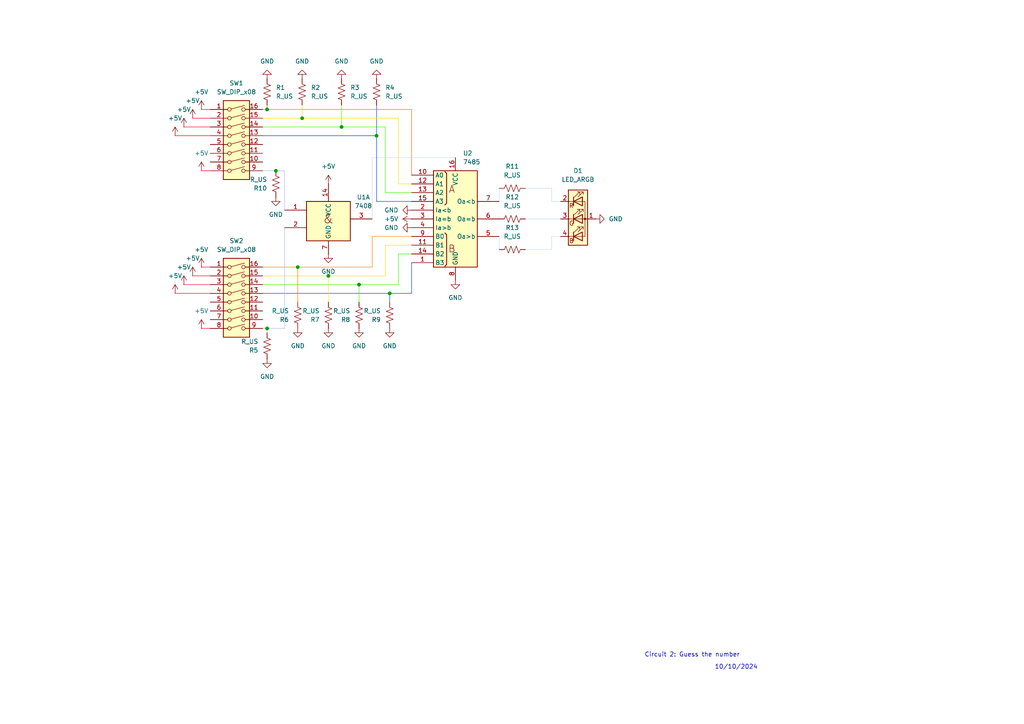
<source format=kicad_sch>
(kicad_sch
	(version 20231120)
	(generator "eeschema")
	(generator_version "8.0")
	(uuid "a9f8e595-9a19-47a6-814a-f0ad5b51590b")
	(paper "A4")
	(lib_symbols
		(symbol "74xx_IEEE:7408"
			(exclude_from_sim no)
			(in_bom yes)
			(on_board yes)
			(property "Reference" "U"
				(at 2.54 7.62 0)
				(effects
					(font
						(size 1.27 1.27)
					)
				)
			)
			(property "Value" "7408"
				(at 3.81 -8.89 0)
				(effects
					(font
						(size 1.27 1.27)
					)
				)
			)
			(property "Footprint" ""
				(at 0 0 0)
				(effects
					(font
						(size 1.27 1.27)
					)
					(hide yes)
				)
			)
			(property "Datasheet" ""
				(at 0 0 0)
				(effects
					(font
						(size 1.27 1.27)
					)
					(hide yes)
				)
			)
			(property "Description" ""
				(at 0 0 0)
				(effects
					(font
						(size 1.27 1.27)
					)
					(hide yes)
				)
			)
			(symbol "7408_0_1"
				(rectangle
					(start -6.35 5.08)
					(end 6.35 -6.35)
					(stroke
						(width 0.254)
						(type default)
					)
					(fill
						(type background)
					)
				)
				(text "&"
					(at 0 0 0)
					(effects
						(font
							(size 2.54 2.54)
						)
					)
				)
				(pin power_in line
					(at 0 10.16 270)
					(length 5.08)
					(name "VCC"
						(effects
							(font
								(size 1.27 1.27)
							)
						)
					)
					(number "14"
						(effects
							(font
								(size 1.27 1.27)
							)
						)
					)
				)
				(pin power_in line
					(at 0 -10.16 90)
					(length 3.81)
					(name "GND"
						(effects
							(font
								(size 1.27 1.27)
							)
						)
					)
					(number "7"
						(effects
							(font
								(size 1.27 1.27)
							)
						)
					)
				)
			)
			(symbol "7408_1_1"
				(pin input line
					(at -12.7 2.54 0)
					(length 6.35)
					(name "~"
						(effects
							(font
								(size 1.27 1.27)
							)
						)
					)
					(number "1"
						(effects
							(font
								(size 1.27 1.27)
							)
						)
					)
				)
				(pin input line
					(at -12.7 -2.54 0)
					(length 6.35)
					(name "~"
						(effects
							(font
								(size 1.27 1.27)
							)
						)
					)
					(number "2"
						(effects
							(font
								(size 1.27 1.27)
							)
						)
					)
				)
				(pin output line
					(at 12.7 0 180)
					(length 6.35)
					(name "~"
						(effects
							(font
								(size 1.27 1.27)
							)
						)
					)
					(number "3"
						(effects
							(font
								(size 1.27 1.27)
							)
						)
					)
				)
			)
			(symbol "7408_2_1"
				(pin input line
					(at -12.7 2.54 0)
					(length 6.35)
					(name "~"
						(effects
							(font
								(size 1.27 1.27)
							)
						)
					)
					(number "4"
						(effects
							(font
								(size 1.27 1.27)
							)
						)
					)
				)
				(pin input line
					(at -12.7 -2.54 0)
					(length 6.35)
					(name "~"
						(effects
							(font
								(size 1.27 1.27)
							)
						)
					)
					(number "5"
						(effects
							(font
								(size 1.27 1.27)
							)
						)
					)
				)
				(pin input line
					(at 12.7 0 180)
					(length 6.35)
					(name "~"
						(effects
							(font
								(size 1.27 1.27)
							)
						)
					)
					(number "6"
						(effects
							(font
								(size 1.27 1.27)
							)
						)
					)
				)
			)
			(symbol "7408_3_1"
				(pin input line
					(at -12.7 -2.54 0)
					(length 6.35)
					(name "~"
						(effects
							(font
								(size 1.27 1.27)
							)
						)
					)
					(number "10"
						(effects
							(font
								(size 1.27 1.27)
							)
						)
					)
				)
				(pin input line
					(at 12.7 0 180)
					(length 6.35)
					(name "~"
						(effects
							(font
								(size 1.27 1.27)
							)
						)
					)
					(number "8"
						(effects
							(font
								(size 1.27 1.27)
							)
						)
					)
				)
				(pin input line
					(at -12.7 2.54 0)
					(length 6.35)
					(name "~"
						(effects
							(font
								(size 1.27 1.27)
							)
						)
					)
					(number "9"
						(effects
							(font
								(size 1.27 1.27)
							)
						)
					)
				)
			)
			(symbol "7408_4_1"
				(pin input line
					(at 12.7 0 180)
					(length 6.35)
					(name "~"
						(effects
							(font
								(size 1.27 1.27)
							)
						)
					)
					(number "11"
						(effects
							(font
								(size 1.27 1.27)
							)
						)
					)
				)
				(pin input line
					(at -12.7 2.54 0)
					(length 6.35)
					(name "~"
						(effects
							(font
								(size 1.27 1.27)
							)
						)
					)
					(number "12"
						(effects
							(font
								(size 1.27 1.27)
							)
						)
					)
				)
				(pin input line
					(at -12.7 -2.54 0)
					(length 6.35)
					(name "~"
						(effects
							(font
								(size 1.27 1.27)
							)
						)
					)
					(number "13"
						(effects
							(font
								(size 1.27 1.27)
							)
						)
					)
				)
			)
		)
		(symbol "74xx_IEEE:7485"
			(exclude_from_sim no)
			(in_bom yes)
			(on_board yes)
			(property "Reference" "U"
				(at 7.62 16.51 0)
				(effects
					(font
						(size 1.27 1.27)
					)
				)
			)
			(property "Value" "7485"
				(at 7.62 -15.24 0)
				(effects
					(font
						(size 1.27 1.27)
					)
				)
			)
			(property "Footprint" ""
				(at 0 0 0)
				(effects
					(font
						(size 1.27 1.27)
					)
					(hide yes)
				)
			)
			(property "Datasheet" ""
				(at 0 0 0)
				(effects
					(font
						(size 1.27 1.27)
					)
					(hide yes)
				)
			)
			(property "Description" ""
				(at 0 0 0)
				(effects
					(font
						(size 1.27 1.27)
					)
					(hide yes)
				)
			)
			(symbol "7485_0_0"
				(rectangle
					(start -6.35 13.97)
					(end 6.35 -13.97)
					(stroke
						(width 0.254)
						(type default)
					)
					(fill
						(type background)
					)
				)
				(polyline
					(pts
						(xy -3.048 -13.716) (xy -2.54 -13.208) (xy -2.54 -4.572) (xy -3.048 -4.064) (xy -3.048 -4.064)
					)
					(stroke
						(width 0.254)
						(type default)
					)
					(fill
						(type background)
					)
				)
				(polyline
					(pts
						(xy -3.048 13.716) (xy -2.54 13.208) (xy -2.54 4.572) (xy -3.048 4.064) (xy -3.048 4.064)
					)
					(stroke
						(width 0.254)
						(type default)
					)
					(fill
						(type background)
					)
				)
				(text "A"
					(at -1.016 8.636 0)
					(effects
						(font
							(size 2.032 2.032)
						)
					)
				)
				(text "B"
					(at -1.016 -8.636 0)
					(effects
						(font
							(size 2.032 2.032)
						)
					)
				)
				(pin power_in line
					(at 0 17.78 270)
					(length 3.81)
					(name "VCC"
						(effects
							(font
								(size 1.27 1.27)
							)
						)
					)
					(number "16"
						(effects
							(font
								(size 1.27 1.27)
							)
						)
					)
				)
				(pin power_in line
					(at 0 -17.78 90)
					(length 3.81)
					(name "GND"
						(effects
							(font
								(size 1.27 1.27)
							)
						)
					)
					(number "8"
						(effects
							(font
								(size 1.27 1.27)
							)
						)
					)
				)
			)
			(symbol "7485_1_1"
				(pin input line
					(at -12.7 -12.7 0)
					(length 6.35)
					(name "B3"
						(effects
							(font
								(size 1.27 1.27)
							)
						)
					)
					(number "1"
						(effects
							(font
								(size 1.27 1.27)
							)
						)
					)
				)
				(pin input line
					(at -12.7 12.7 0)
					(length 6.35)
					(name "A0"
						(effects
							(font
								(size 1.27 1.27)
							)
						)
					)
					(number "10"
						(effects
							(font
								(size 1.27 1.27)
							)
						)
					)
				)
				(pin input line
					(at -12.7 -7.62 0)
					(length 6.35)
					(name "B1"
						(effects
							(font
								(size 1.27 1.27)
							)
						)
					)
					(number "11"
						(effects
							(font
								(size 1.27 1.27)
							)
						)
					)
				)
				(pin input line
					(at -12.7 10.16 0)
					(length 6.35)
					(name "A1"
						(effects
							(font
								(size 1.27 1.27)
							)
						)
					)
					(number "12"
						(effects
							(font
								(size 1.27 1.27)
							)
						)
					)
				)
				(pin input line
					(at -12.7 7.62 0)
					(length 6.35)
					(name "A2"
						(effects
							(font
								(size 1.27 1.27)
							)
						)
					)
					(number "13"
						(effects
							(font
								(size 1.27 1.27)
							)
						)
					)
				)
				(pin input line
					(at -12.7 -10.16 0)
					(length 6.35)
					(name "B2"
						(effects
							(font
								(size 1.27 1.27)
							)
						)
					)
					(number "14"
						(effects
							(font
								(size 1.27 1.27)
							)
						)
					)
				)
				(pin input line
					(at -12.7 5.08 0)
					(length 6.35)
					(name "A3"
						(effects
							(font
								(size 1.27 1.27)
							)
						)
					)
					(number "15"
						(effects
							(font
								(size 1.27 1.27)
							)
						)
					)
				)
				(pin input line
					(at -12.7 2.54 0)
					(length 6.35)
					(name "Ia<b"
						(effects
							(font
								(size 1.27 1.27)
							)
						)
					)
					(number "2"
						(effects
							(font
								(size 1.27 1.27)
							)
						)
					)
				)
				(pin input line
					(at -12.7 0 0)
					(length 6.35)
					(name "Ia=b"
						(effects
							(font
								(size 1.27 1.27)
							)
						)
					)
					(number "3"
						(effects
							(font
								(size 1.27 1.27)
							)
						)
					)
				)
				(pin input line
					(at -12.7 -2.54 0)
					(length 6.35)
					(name "Ia>b"
						(effects
							(font
								(size 1.27 1.27)
							)
						)
					)
					(number "4"
						(effects
							(font
								(size 1.27 1.27)
							)
						)
					)
				)
				(pin output line
					(at 12.7 -5.08 180)
					(length 6.35)
					(name "Oa>b"
						(effects
							(font
								(size 1.27 1.27)
							)
						)
					)
					(number "5"
						(effects
							(font
								(size 1.27 1.27)
							)
						)
					)
				)
				(pin output line
					(at 12.7 0 180)
					(length 6.35)
					(name "Oa=b"
						(effects
							(font
								(size 1.27 1.27)
							)
						)
					)
					(number "6"
						(effects
							(font
								(size 1.27 1.27)
							)
						)
					)
				)
				(pin output line
					(at 12.7 5.08 180)
					(length 6.35)
					(name "Oa<b"
						(effects
							(font
								(size 1.27 1.27)
							)
						)
					)
					(number "7"
						(effects
							(font
								(size 1.27 1.27)
							)
						)
					)
				)
				(pin input line
					(at -12.7 -5.08 0)
					(length 6.35)
					(name "B0"
						(effects
							(font
								(size 1.27 1.27)
							)
						)
					)
					(number "9"
						(effects
							(font
								(size 1.27 1.27)
							)
						)
					)
				)
			)
		)
		(symbol "Device:LED_ARGB"
			(pin_names
				(offset 0) hide)
			(exclude_from_sim no)
			(in_bom yes)
			(on_board yes)
			(property "Reference" "D"
				(at 0 9.398 0)
				(effects
					(font
						(size 1.27 1.27)
					)
				)
			)
			(property "Value" "LED_ARGB"
				(at 0 -8.89 0)
				(effects
					(font
						(size 1.27 1.27)
					)
				)
			)
			(property "Footprint" ""
				(at 0 -1.27 0)
				(effects
					(font
						(size 1.27 1.27)
					)
					(hide yes)
				)
			)
			(property "Datasheet" "~"
				(at 0 -1.27 0)
				(effects
					(font
						(size 1.27 1.27)
					)
					(hide yes)
				)
			)
			(property "Description" "RGB LED, anode/red/green/blue"
				(at 0 0 0)
				(effects
					(font
						(size 1.27 1.27)
					)
					(hide yes)
				)
			)
			(property "ki_keywords" "LED RGB diode"
				(at 0 0 0)
				(effects
					(font
						(size 1.27 1.27)
					)
					(hide yes)
				)
			)
			(property "ki_fp_filters" "LED* LED_SMD:* LED_THT:*"
				(at 0 0 0)
				(effects
					(font
						(size 1.27 1.27)
					)
					(hide yes)
				)
			)
			(symbol "LED_ARGB_0_0"
				(text "B"
					(at -1.905 -6.35 0)
					(effects
						(font
							(size 1.27 1.27)
						)
					)
				)
				(text "G"
					(at -1.905 -1.27 0)
					(effects
						(font
							(size 1.27 1.27)
						)
					)
				)
				(text "R"
					(at -1.905 3.81 0)
					(effects
						(font
							(size 1.27 1.27)
						)
					)
				)
			)
			(symbol "LED_ARGB_0_1"
				(polyline
					(pts
						(xy -1.27 -5.08) (xy -2.54 -5.08)
					)
					(stroke
						(width 0)
						(type default)
					)
					(fill
						(type none)
					)
				)
				(polyline
					(pts
						(xy -1.27 -5.08) (xy 1.27 -5.08)
					)
					(stroke
						(width 0)
						(type default)
					)
					(fill
						(type none)
					)
				)
				(polyline
					(pts
						(xy -1.27 -3.81) (xy -1.27 -6.35)
					)
					(stroke
						(width 0.254)
						(type default)
					)
					(fill
						(type none)
					)
				)
				(polyline
					(pts
						(xy -1.27 0) (xy -2.54 0)
					)
					(stroke
						(width 0)
						(type default)
					)
					(fill
						(type none)
					)
				)
				(polyline
					(pts
						(xy -1.27 1.27) (xy -1.27 -1.27)
					)
					(stroke
						(width 0.254)
						(type default)
					)
					(fill
						(type none)
					)
				)
				(polyline
					(pts
						(xy -1.27 5.08) (xy -2.54 5.08)
					)
					(stroke
						(width 0)
						(type default)
					)
					(fill
						(type none)
					)
				)
				(polyline
					(pts
						(xy -1.27 5.08) (xy 1.27 5.08)
					)
					(stroke
						(width 0)
						(type default)
					)
					(fill
						(type none)
					)
				)
				(polyline
					(pts
						(xy -1.27 6.35) (xy -1.27 3.81)
					)
					(stroke
						(width 0.254)
						(type default)
					)
					(fill
						(type none)
					)
				)
				(polyline
					(pts
						(xy 1.27 0) (xy -1.27 0)
					)
					(stroke
						(width 0)
						(type default)
					)
					(fill
						(type none)
					)
				)
				(polyline
					(pts
						(xy 1.27 0) (xy 2.54 0)
					)
					(stroke
						(width 0)
						(type default)
					)
					(fill
						(type none)
					)
				)
				(polyline
					(pts
						(xy -1.27 1.27) (xy -1.27 -1.27) (xy -1.27 -1.27)
					)
					(stroke
						(width 0)
						(type default)
					)
					(fill
						(type none)
					)
				)
				(polyline
					(pts
						(xy -1.27 6.35) (xy -1.27 3.81) (xy -1.27 3.81)
					)
					(stroke
						(width 0)
						(type default)
					)
					(fill
						(type none)
					)
				)
				(polyline
					(pts
						(xy 1.27 -5.08) (xy 2.032 -5.08) (xy 2.032 5.08) (xy 1.27 5.08)
					)
					(stroke
						(width 0)
						(type default)
					)
					(fill
						(type none)
					)
				)
				(polyline
					(pts
						(xy 1.27 -3.81) (xy 1.27 -6.35) (xy -1.27 -5.08) (xy 1.27 -3.81)
					)
					(stroke
						(width 0.254)
						(type default)
					)
					(fill
						(type none)
					)
				)
				(polyline
					(pts
						(xy 1.27 1.27) (xy 1.27 -1.27) (xy -1.27 0) (xy 1.27 1.27)
					)
					(stroke
						(width 0.254)
						(type default)
					)
					(fill
						(type none)
					)
				)
				(polyline
					(pts
						(xy 1.27 6.35) (xy 1.27 3.81) (xy -1.27 5.08) (xy 1.27 6.35)
					)
					(stroke
						(width 0.254)
						(type default)
					)
					(fill
						(type none)
					)
				)
				(polyline
					(pts
						(xy -1.016 -3.81) (xy 0.508 -2.286) (xy -0.254 -2.286) (xy 0.508 -2.286) (xy 0.508 -3.048)
					)
					(stroke
						(width 0)
						(type default)
					)
					(fill
						(type none)
					)
				)
				(polyline
					(pts
						(xy -1.016 1.27) (xy 0.508 2.794) (xy -0.254 2.794) (xy 0.508 2.794) (xy 0.508 2.032)
					)
					(stroke
						(width 0)
						(type default)
					)
					(fill
						(type none)
					)
				)
				(polyline
					(pts
						(xy -1.016 6.35) (xy 0.508 7.874) (xy -0.254 7.874) (xy 0.508 7.874) (xy 0.508 7.112)
					)
					(stroke
						(width 0)
						(type default)
					)
					(fill
						(type none)
					)
				)
				(polyline
					(pts
						(xy 0 -3.81) (xy 1.524 -2.286) (xy 0.762 -2.286) (xy 1.524 -2.286) (xy 1.524 -3.048)
					)
					(stroke
						(width 0)
						(type default)
					)
					(fill
						(type none)
					)
				)
				(polyline
					(pts
						(xy 0 1.27) (xy 1.524 2.794) (xy 0.762 2.794) (xy 1.524 2.794) (xy 1.524 2.032)
					)
					(stroke
						(width 0)
						(type default)
					)
					(fill
						(type none)
					)
				)
				(polyline
					(pts
						(xy 0 6.35) (xy 1.524 7.874) (xy 0.762 7.874) (xy 1.524 7.874) (xy 1.524 7.112)
					)
					(stroke
						(width 0)
						(type default)
					)
					(fill
						(type none)
					)
				)
				(rectangle
					(start 1.27 -1.27)
					(end 1.27 1.27)
					(stroke
						(width 0)
						(type default)
					)
					(fill
						(type none)
					)
				)
				(rectangle
					(start 1.27 1.27)
					(end 1.27 1.27)
					(stroke
						(width 0)
						(type default)
					)
					(fill
						(type none)
					)
				)
				(rectangle
					(start 1.27 3.81)
					(end 1.27 6.35)
					(stroke
						(width 0)
						(type default)
					)
					(fill
						(type none)
					)
				)
				(rectangle
					(start 1.27 6.35)
					(end 1.27 6.35)
					(stroke
						(width 0)
						(type default)
					)
					(fill
						(type none)
					)
				)
				(circle
					(center 2.032 0)
					(radius 0.254)
					(stroke
						(width 0)
						(type default)
					)
					(fill
						(type outline)
					)
				)
				(rectangle
					(start 2.794 8.382)
					(end -2.794 -7.62)
					(stroke
						(width 0.254)
						(type default)
					)
					(fill
						(type background)
					)
				)
			)
			(symbol "LED_ARGB_1_1"
				(pin passive line
					(at 5.08 0 180)
					(length 2.54)
					(name "A"
						(effects
							(font
								(size 1.27 1.27)
							)
						)
					)
					(number "1"
						(effects
							(font
								(size 1.27 1.27)
							)
						)
					)
				)
				(pin passive line
					(at -5.08 5.08 0)
					(length 2.54)
					(name "RK"
						(effects
							(font
								(size 1.27 1.27)
							)
						)
					)
					(number "2"
						(effects
							(font
								(size 1.27 1.27)
							)
						)
					)
				)
				(pin passive line
					(at -5.08 0 0)
					(length 2.54)
					(name "GK"
						(effects
							(font
								(size 1.27 1.27)
							)
						)
					)
					(number "3"
						(effects
							(font
								(size 1.27 1.27)
							)
						)
					)
				)
				(pin passive line
					(at -5.08 -5.08 0)
					(length 2.54)
					(name "BK"
						(effects
							(font
								(size 1.27 1.27)
							)
						)
					)
					(number "4"
						(effects
							(font
								(size 1.27 1.27)
							)
						)
					)
				)
			)
		)
		(symbol "Device:R_US"
			(pin_numbers hide)
			(pin_names
				(offset 0)
			)
			(exclude_from_sim no)
			(in_bom yes)
			(on_board yes)
			(property "Reference" "R"
				(at 2.54 0 90)
				(effects
					(font
						(size 1.27 1.27)
					)
				)
			)
			(property "Value" "R_US"
				(at -2.54 0 90)
				(effects
					(font
						(size 1.27 1.27)
					)
				)
			)
			(property "Footprint" ""
				(at 1.016 -0.254 90)
				(effects
					(font
						(size 1.27 1.27)
					)
					(hide yes)
				)
			)
			(property "Datasheet" "~"
				(at 0 0 0)
				(effects
					(font
						(size 1.27 1.27)
					)
					(hide yes)
				)
			)
			(property "Description" "Resistor, US symbol"
				(at 0 0 0)
				(effects
					(font
						(size 1.27 1.27)
					)
					(hide yes)
				)
			)
			(property "ki_keywords" "R res resistor"
				(at 0 0 0)
				(effects
					(font
						(size 1.27 1.27)
					)
					(hide yes)
				)
			)
			(property "ki_fp_filters" "R_*"
				(at 0 0 0)
				(effects
					(font
						(size 1.27 1.27)
					)
					(hide yes)
				)
			)
			(symbol "R_US_0_1"
				(polyline
					(pts
						(xy 0 -2.286) (xy 0 -2.54)
					)
					(stroke
						(width 0)
						(type default)
					)
					(fill
						(type none)
					)
				)
				(polyline
					(pts
						(xy 0 2.286) (xy 0 2.54)
					)
					(stroke
						(width 0)
						(type default)
					)
					(fill
						(type none)
					)
				)
				(polyline
					(pts
						(xy 0 -0.762) (xy 1.016 -1.143) (xy 0 -1.524) (xy -1.016 -1.905) (xy 0 -2.286)
					)
					(stroke
						(width 0)
						(type default)
					)
					(fill
						(type none)
					)
				)
				(polyline
					(pts
						(xy 0 0.762) (xy 1.016 0.381) (xy 0 0) (xy -1.016 -0.381) (xy 0 -0.762)
					)
					(stroke
						(width 0)
						(type default)
					)
					(fill
						(type none)
					)
				)
				(polyline
					(pts
						(xy 0 2.286) (xy 1.016 1.905) (xy 0 1.524) (xy -1.016 1.143) (xy 0 0.762)
					)
					(stroke
						(width 0)
						(type default)
					)
					(fill
						(type none)
					)
				)
			)
			(symbol "R_US_1_1"
				(pin passive line
					(at 0 3.81 270)
					(length 1.27)
					(name "~"
						(effects
							(font
								(size 1.27 1.27)
							)
						)
					)
					(number "1"
						(effects
							(font
								(size 1.27 1.27)
							)
						)
					)
				)
				(pin passive line
					(at 0 -3.81 90)
					(length 1.27)
					(name "~"
						(effects
							(font
								(size 1.27 1.27)
							)
						)
					)
					(number "2"
						(effects
							(font
								(size 1.27 1.27)
							)
						)
					)
				)
			)
		)
		(symbol "Switch:SW_DIP_x08"
			(pin_names
				(offset 0) hide)
			(exclude_from_sim no)
			(in_bom yes)
			(on_board yes)
			(property "Reference" "SW"
				(at 0 13.97 0)
				(effects
					(font
						(size 1.27 1.27)
					)
				)
			)
			(property "Value" "SW_DIP_x08"
				(at 0 -11.43 0)
				(effects
					(font
						(size 1.27 1.27)
					)
				)
			)
			(property "Footprint" ""
				(at 0 0 0)
				(effects
					(font
						(size 1.27 1.27)
					)
					(hide yes)
				)
			)
			(property "Datasheet" "~"
				(at 0 0 0)
				(effects
					(font
						(size 1.27 1.27)
					)
					(hide yes)
				)
			)
			(property "Description" "8x DIP Switch, Single Pole Single Throw (SPST) switch, small symbol"
				(at 0 0 0)
				(effects
					(font
						(size 1.27 1.27)
					)
					(hide yes)
				)
			)
			(property "ki_keywords" "dip switch"
				(at 0 0 0)
				(effects
					(font
						(size 1.27 1.27)
					)
					(hide yes)
				)
			)
			(property "ki_fp_filters" "SW?DIP?x8*"
				(at 0 0 0)
				(effects
					(font
						(size 1.27 1.27)
					)
					(hide yes)
				)
			)
			(symbol "SW_DIP_x08_0_0"
				(circle
					(center -2.032 -7.62)
					(radius 0.508)
					(stroke
						(width 0)
						(type default)
					)
					(fill
						(type none)
					)
				)
				(circle
					(center -2.032 -5.08)
					(radius 0.508)
					(stroke
						(width 0)
						(type default)
					)
					(fill
						(type none)
					)
				)
				(circle
					(center -2.032 -2.54)
					(radius 0.508)
					(stroke
						(width 0)
						(type default)
					)
					(fill
						(type none)
					)
				)
				(circle
					(center -2.032 0)
					(radius 0.508)
					(stroke
						(width 0)
						(type default)
					)
					(fill
						(type none)
					)
				)
				(circle
					(center -2.032 2.54)
					(radius 0.508)
					(stroke
						(width 0)
						(type default)
					)
					(fill
						(type none)
					)
				)
				(circle
					(center -2.032 5.08)
					(radius 0.508)
					(stroke
						(width 0)
						(type default)
					)
					(fill
						(type none)
					)
				)
				(circle
					(center -2.032 7.62)
					(radius 0.508)
					(stroke
						(width 0)
						(type default)
					)
					(fill
						(type none)
					)
				)
				(circle
					(center -2.032 10.16)
					(radius 0.508)
					(stroke
						(width 0)
						(type default)
					)
					(fill
						(type none)
					)
				)
				(polyline
					(pts
						(xy -1.524 -7.4676) (xy 2.3622 -6.4262)
					)
					(stroke
						(width 0)
						(type default)
					)
					(fill
						(type none)
					)
				)
				(polyline
					(pts
						(xy -1.524 -4.9276) (xy 2.3622 -3.8862)
					)
					(stroke
						(width 0)
						(type default)
					)
					(fill
						(type none)
					)
				)
				(polyline
					(pts
						(xy -1.524 -2.3876) (xy 2.3622 -1.3462)
					)
					(stroke
						(width 0)
						(type default)
					)
					(fill
						(type none)
					)
				)
				(polyline
					(pts
						(xy -1.524 0.127) (xy 2.3622 1.1684)
					)
					(stroke
						(width 0)
						(type default)
					)
					(fill
						(type none)
					)
				)
				(polyline
					(pts
						(xy -1.524 2.667) (xy 2.3622 3.7084)
					)
					(stroke
						(width 0)
						(type default)
					)
					(fill
						(type none)
					)
				)
				(polyline
					(pts
						(xy -1.524 5.207) (xy 2.3622 6.2484)
					)
					(stroke
						(width 0)
						(type default)
					)
					(fill
						(type none)
					)
				)
				(polyline
					(pts
						(xy -1.524 7.747) (xy 2.3622 8.7884)
					)
					(stroke
						(width 0)
						(type default)
					)
					(fill
						(type none)
					)
				)
				(polyline
					(pts
						(xy -1.524 10.287) (xy 2.3622 11.3284)
					)
					(stroke
						(width 0)
						(type default)
					)
					(fill
						(type none)
					)
				)
				(circle
					(center 2.032 -7.62)
					(radius 0.508)
					(stroke
						(width 0)
						(type default)
					)
					(fill
						(type none)
					)
				)
				(circle
					(center 2.032 -5.08)
					(radius 0.508)
					(stroke
						(width 0)
						(type default)
					)
					(fill
						(type none)
					)
				)
				(circle
					(center 2.032 -2.54)
					(radius 0.508)
					(stroke
						(width 0)
						(type default)
					)
					(fill
						(type none)
					)
				)
				(circle
					(center 2.032 0)
					(radius 0.508)
					(stroke
						(width 0)
						(type default)
					)
					(fill
						(type none)
					)
				)
				(circle
					(center 2.032 2.54)
					(radius 0.508)
					(stroke
						(width 0)
						(type default)
					)
					(fill
						(type none)
					)
				)
				(circle
					(center 2.032 5.08)
					(radius 0.508)
					(stroke
						(width 0)
						(type default)
					)
					(fill
						(type none)
					)
				)
				(circle
					(center 2.032 7.62)
					(radius 0.508)
					(stroke
						(width 0)
						(type default)
					)
					(fill
						(type none)
					)
				)
				(circle
					(center 2.032 10.16)
					(radius 0.508)
					(stroke
						(width 0)
						(type default)
					)
					(fill
						(type none)
					)
				)
			)
			(symbol "SW_DIP_x08_0_1"
				(rectangle
					(start -3.81 12.7)
					(end 3.81 -10.16)
					(stroke
						(width 0.254)
						(type default)
					)
					(fill
						(type background)
					)
				)
			)
			(symbol "SW_DIP_x08_1_1"
				(pin passive line
					(at -7.62 10.16 0)
					(length 5.08)
					(name "~"
						(effects
							(font
								(size 1.27 1.27)
							)
						)
					)
					(number "1"
						(effects
							(font
								(size 1.27 1.27)
							)
						)
					)
				)
				(pin passive line
					(at 7.62 -5.08 180)
					(length 5.08)
					(name "~"
						(effects
							(font
								(size 1.27 1.27)
							)
						)
					)
					(number "10"
						(effects
							(font
								(size 1.27 1.27)
							)
						)
					)
				)
				(pin passive line
					(at 7.62 -2.54 180)
					(length 5.08)
					(name "~"
						(effects
							(font
								(size 1.27 1.27)
							)
						)
					)
					(number "11"
						(effects
							(font
								(size 1.27 1.27)
							)
						)
					)
				)
				(pin passive line
					(at 7.62 0 180)
					(length 5.08)
					(name "~"
						(effects
							(font
								(size 1.27 1.27)
							)
						)
					)
					(number "12"
						(effects
							(font
								(size 1.27 1.27)
							)
						)
					)
				)
				(pin passive line
					(at 7.62 2.54 180)
					(length 5.08)
					(name "~"
						(effects
							(font
								(size 1.27 1.27)
							)
						)
					)
					(number "13"
						(effects
							(font
								(size 1.27 1.27)
							)
						)
					)
				)
				(pin passive line
					(at 7.62 5.08 180)
					(length 5.08)
					(name "~"
						(effects
							(font
								(size 1.27 1.27)
							)
						)
					)
					(number "14"
						(effects
							(font
								(size 1.27 1.27)
							)
						)
					)
				)
				(pin passive line
					(at 7.62 7.62 180)
					(length 5.08)
					(name "~"
						(effects
							(font
								(size 1.27 1.27)
							)
						)
					)
					(number "15"
						(effects
							(font
								(size 1.27 1.27)
							)
						)
					)
				)
				(pin passive line
					(at 7.62 10.16 180)
					(length 5.08)
					(name "~"
						(effects
							(font
								(size 1.27 1.27)
							)
						)
					)
					(number "16"
						(effects
							(font
								(size 1.27 1.27)
							)
						)
					)
				)
				(pin passive line
					(at -7.62 7.62 0)
					(length 5.08)
					(name "~"
						(effects
							(font
								(size 1.27 1.27)
							)
						)
					)
					(number "2"
						(effects
							(font
								(size 1.27 1.27)
							)
						)
					)
				)
				(pin passive line
					(at -7.62 5.08 0)
					(length 5.08)
					(name "~"
						(effects
							(font
								(size 1.27 1.27)
							)
						)
					)
					(number "3"
						(effects
							(font
								(size 1.27 1.27)
							)
						)
					)
				)
				(pin passive line
					(at -7.62 2.54 0)
					(length 5.08)
					(name "~"
						(effects
							(font
								(size 1.27 1.27)
							)
						)
					)
					(number "4"
						(effects
							(font
								(size 1.27 1.27)
							)
						)
					)
				)
				(pin passive line
					(at -7.62 0 0)
					(length 5.08)
					(name "~"
						(effects
							(font
								(size 1.27 1.27)
							)
						)
					)
					(number "5"
						(effects
							(font
								(size 1.27 1.27)
							)
						)
					)
				)
				(pin passive line
					(at -7.62 -2.54 0)
					(length 5.08)
					(name "~"
						(effects
							(font
								(size 1.27 1.27)
							)
						)
					)
					(number "6"
						(effects
							(font
								(size 1.27 1.27)
							)
						)
					)
				)
				(pin passive line
					(at -7.62 -5.08 0)
					(length 5.08)
					(name "~"
						(effects
							(font
								(size 1.27 1.27)
							)
						)
					)
					(number "7"
						(effects
							(font
								(size 1.27 1.27)
							)
						)
					)
				)
				(pin passive line
					(at -7.62 -7.62 0)
					(length 5.08)
					(name "~"
						(effects
							(font
								(size 1.27 1.27)
							)
						)
					)
					(number "8"
						(effects
							(font
								(size 1.27 1.27)
							)
						)
					)
				)
				(pin passive line
					(at 7.62 -7.62 180)
					(length 5.08)
					(name "~"
						(effects
							(font
								(size 1.27 1.27)
							)
						)
					)
					(number "9"
						(effects
							(font
								(size 1.27 1.27)
							)
						)
					)
				)
			)
		)
		(symbol "power:+5V"
			(power)
			(pin_numbers hide)
			(pin_names
				(offset 0) hide)
			(exclude_from_sim no)
			(in_bom yes)
			(on_board yes)
			(property "Reference" "#PWR"
				(at 0 -3.81 0)
				(effects
					(font
						(size 1.27 1.27)
					)
					(hide yes)
				)
			)
			(property "Value" "+5V"
				(at 0 3.556 0)
				(effects
					(font
						(size 1.27 1.27)
					)
				)
			)
			(property "Footprint" ""
				(at 0 0 0)
				(effects
					(font
						(size 1.27 1.27)
					)
					(hide yes)
				)
			)
			(property "Datasheet" ""
				(at 0 0 0)
				(effects
					(font
						(size 1.27 1.27)
					)
					(hide yes)
				)
			)
			(property "Description" "Power symbol creates a global label with name \"+5V\""
				(at 0 0 0)
				(effects
					(font
						(size 1.27 1.27)
					)
					(hide yes)
				)
			)
			(property "ki_keywords" "global power"
				(at 0 0 0)
				(effects
					(font
						(size 1.27 1.27)
					)
					(hide yes)
				)
			)
			(symbol "+5V_0_1"
				(polyline
					(pts
						(xy -0.762 1.27) (xy 0 2.54)
					)
					(stroke
						(width 0)
						(type default)
					)
					(fill
						(type none)
					)
				)
				(polyline
					(pts
						(xy 0 0) (xy 0 2.54)
					)
					(stroke
						(width 0)
						(type default)
					)
					(fill
						(type none)
					)
				)
				(polyline
					(pts
						(xy 0 2.54) (xy 0.762 1.27)
					)
					(stroke
						(width 0)
						(type default)
					)
					(fill
						(type none)
					)
				)
			)
			(symbol "+5V_1_1"
				(pin power_in line
					(at 0 0 90)
					(length 0)
					(name "~"
						(effects
							(font
								(size 1.27 1.27)
							)
						)
					)
					(number "1"
						(effects
							(font
								(size 1.27 1.27)
							)
						)
					)
				)
			)
		)
		(symbol "power:GND"
			(power)
			(pin_numbers hide)
			(pin_names
				(offset 0) hide)
			(exclude_from_sim no)
			(in_bom yes)
			(on_board yes)
			(property "Reference" "#PWR"
				(at 0 -6.35 0)
				(effects
					(font
						(size 1.27 1.27)
					)
					(hide yes)
				)
			)
			(property "Value" "GND"
				(at 0 -3.81 0)
				(effects
					(font
						(size 1.27 1.27)
					)
				)
			)
			(property "Footprint" ""
				(at 0 0 0)
				(effects
					(font
						(size 1.27 1.27)
					)
					(hide yes)
				)
			)
			(property "Datasheet" ""
				(at 0 0 0)
				(effects
					(font
						(size 1.27 1.27)
					)
					(hide yes)
				)
			)
			(property "Description" "Power symbol creates a global label with name \"GND\" , ground"
				(at 0 0 0)
				(effects
					(font
						(size 1.27 1.27)
					)
					(hide yes)
				)
			)
			(property "ki_keywords" "global power"
				(at 0 0 0)
				(effects
					(font
						(size 1.27 1.27)
					)
					(hide yes)
				)
			)
			(symbol "GND_0_1"
				(polyline
					(pts
						(xy 0 0) (xy 0 -1.27) (xy 1.27 -1.27) (xy 0 -2.54) (xy -1.27 -1.27) (xy 0 -1.27)
					)
					(stroke
						(width 0)
						(type default)
					)
					(fill
						(type none)
					)
				)
			)
			(symbol "GND_1_1"
				(pin power_in line
					(at 0 0 270)
					(length 0)
					(name "~"
						(effects
							(font
								(size 1.27 1.27)
							)
						)
					)
					(number "1"
						(effects
							(font
								(size 1.27 1.27)
							)
						)
					)
				)
			)
		)
	)
	(junction
		(at 86.36 77.47)
		(diameter 0)
		(color 0 0 0 0)
		(uuid "298a28c6-c1e5-4b97-986f-9fea23ca47e3")
	)
	(junction
		(at 95.25 80.01)
		(diameter 0)
		(color 0 0 0 0)
		(uuid "39054422-8918-47fe-a326-ff74f95a8eb5")
	)
	(junction
		(at 109.22 39.37)
		(diameter 0)
		(color 0 0 0 0)
		(uuid "45b6ecd1-6b89-4b2b-a4b3-ef9f5d79aa9a")
	)
	(junction
		(at 77.47 95.25)
		(diameter 0)
		(color 0 0 0 0)
		(uuid "61170d3a-de50-42af-8344-2b01efebafe8")
	)
	(junction
		(at 87.63 34.29)
		(diameter 0)
		(color 0 0 0 0)
		(uuid "6a0cc1cd-29c5-4797-90b6-1e7a7b223839")
	)
	(junction
		(at 77.47 31.75)
		(diameter 0)
		(color 0 0 0 0)
		(uuid "8fcb0d29-02f3-4102-8c5f-a7d48b10e8c8")
	)
	(junction
		(at 99.06 36.83)
		(diameter 0)
		(color 0 0 0 0)
		(uuid "988790f6-41d4-4960-9fd7-594094f5518f")
	)
	(junction
		(at 113.03 85.09)
		(diameter 0)
		(color 0 0 0 0)
		(uuid "bb486e5d-a9ed-4ac3-b1b5-20b7782afd82")
	)
	(junction
		(at 104.14 82.55)
		(diameter 0)
		(color 0 0 0 0)
		(uuid "e4b10cde-44d4-44c2-8f87-2f3998945b0c")
	)
	(junction
		(at 80.01 49.53)
		(diameter 0)
		(color 0 0 0 0)
		(uuid "e8845914-f017-40ec-a0c3-2efbb2a19c35")
	)
	(wire
		(pts
			(xy 115.57 73.66) (xy 119.38 73.66)
		)
		(stroke
			(width 0)
			(type default)
			(color 56 255 0 1)
		)
		(uuid "07b2d86d-23d5-46bf-bc8b-8373e3f6a0db")
	)
	(wire
		(pts
			(xy 109.22 58.42) (xy 119.38 58.42)
		)
		(stroke
			(width 0)
			(type default)
			(color 0 69 255 1)
		)
		(uuid "0eb6ef0e-8cbf-4e1d-8f4e-e5ca937692f3")
	)
	(wire
		(pts
			(xy 95.25 80.01) (xy 95.25 87.63)
		)
		(stroke
			(width 0)
			(type default)
			(color 255 228 0 1)
		)
		(uuid "157818e1-bda7-418c-b6a5-b6c3526aae76")
	)
	(wire
		(pts
			(xy 119.38 31.75) (xy 119.38 50.8)
		)
		(stroke
			(width 0)
			(type default)
			(color 255 105 0 1)
		)
		(uuid "18ce6453-9e3b-45c9-ba01-46b28920290c")
	)
	(wire
		(pts
			(xy 86.36 77.47) (xy 86.36 87.63)
		)
		(stroke
			(width 0)
			(type default)
			(color 255 132 0 1)
		)
		(uuid "1bd7d9ae-6ac3-41a2-a763-05a355c5c8cf")
	)
	(wire
		(pts
			(xy 119.38 85.09) (xy 119.38 76.2)
		)
		(stroke
			(width 0)
			(type default)
			(color 0 69 255 1)
		)
		(uuid "226b4443-3ad1-4d1a-8c53-a1949422037f")
	)
	(wire
		(pts
			(xy 160.02 54.61) (xy 160.02 58.42)
		)
		(stroke
			(width 0)
			(type default)
			(color 199 215 255 1)
		)
		(uuid "24cdbc13-97fe-4506-913e-c024cd1fd70c")
	)
	(wire
		(pts
			(xy 77.47 31.75) (xy 119.38 31.75)
		)
		(stroke
			(width 0)
			(type default)
			(color 255 105 0 1)
		)
		(uuid "300ca3ee-e3a6-4cd5-b627-fec4f4eeb1be")
	)
	(wire
		(pts
			(xy 111.76 55.88) (xy 119.38 55.88)
		)
		(stroke
			(width 0)
			(type default)
			(color 56 255 0 1)
		)
		(uuid "3de48fcb-278e-45f5-9296-d58cbae20f2d")
	)
	(wire
		(pts
			(xy 107.95 68.58) (xy 119.38 68.58)
		)
		(stroke
			(width 0)
			(type default)
			(color 255 132 0 1)
		)
		(uuid "40649337-5277-4df4-bfff-3c61d4318707")
	)
	(wire
		(pts
			(xy 104.14 82.55) (xy 104.14 87.63)
		)
		(stroke
			(width 0)
			(type default)
			(color 56 255 0 1)
		)
		(uuid "411099fc-7165-4625-a9b1-45a8b300ef0e")
	)
	(wire
		(pts
			(xy 76.2 77.47) (xy 86.36 77.47)
		)
		(stroke
			(width 0)
			(type default)
			(color 255 132 0 1)
		)
		(uuid "424e082f-b0e3-4451-88ee-3d61aebd02be")
	)
	(wire
		(pts
			(xy 76.2 39.37) (xy 109.22 39.37)
		)
		(stroke
			(width 0)
			(type default)
			(color 0 69 255 1)
		)
		(uuid "42c25a62-1a1f-46f9-8cbb-31167e221e92")
	)
	(wire
		(pts
			(xy 76.2 31.75) (xy 77.47 31.75)
		)
		(stroke
			(width 0)
			(type default)
			(color 255 105 0 1)
		)
		(uuid "45e71ea6-f6f4-4930-a0fa-68aa02a71bd4")
	)
	(wire
		(pts
			(xy 82.55 49.53) (xy 82.55 60.96)
		)
		(stroke
			(width 0)
			(type default)
			(color 175 184 255 1)
		)
		(uuid "50c448c5-f25b-4f20-b4d3-df3ae30c7e64")
	)
	(wire
		(pts
			(xy 76.2 82.55) (xy 104.14 82.55)
		)
		(stroke
			(width 0)
			(type default)
			(color 56 255 0 1)
		)
		(uuid "53aa5271-5c98-4a17-a89f-9482227b7ee1")
	)
	(wire
		(pts
			(xy 115.57 34.29) (xy 115.57 53.34)
		)
		(stroke
			(width 0)
			(type default)
			(color 255 228 0 1)
		)
		(uuid "603df47c-c71b-4ebd-8c2b-0bb787348ee6")
	)
	(wire
		(pts
			(xy 115.57 53.34) (xy 119.38 53.34)
		)
		(stroke
			(width 0)
			(type default)
			(color 255 228 0 1)
		)
		(uuid "61d3ab24-5e5f-4342-a69e-59d3d71f981c")
	)
	(wire
		(pts
			(xy 107.95 77.47) (xy 107.95 68.58)
		)
		(stroke
			(width 0)
			(type default)
			(color 255 132 0 1)
		)
		(uuid "62299af5-bb47-4828-aa62-f7160413aef6")
	)
	(wire
		(pts
			(xy 77.47 95.25) (xy 82.55 95.25)
		)
		(stroke
			(width 0)
			(type default)
			(color 175 184 255 1)
		)
		(uuid "6ea97cae-f74c-4f9f-ae57-71b34aea9377")
	)
	(wire
		(pts
			(xy 87.63 34.29) (xy 115.57 34.29)
		)
		(stroke
			(width 0)
			(type default)
			(color 255 228 0 1)
		)
		(uuid "740759e6-e645-4a3c-863c-18f3b95436fc")
	)
	(wire
		(pts
			(xy 152.4 63.5) (xy 162.56 63.5)
		)
		(stroke
			(width 0)
			(type default)
			(color 193 214 255 1)
		)
		(uuid "74ecacbd-ac34-4b85-b7fb-8c75a2dc5a54")
	)
	(wire
		(pts
			(xy 55.88 80.01) (xy 60.96 80.01)
		)
		(stroke
			(width 0)
			(type default)
			(color 255 1 50 1)
		)
		(uuid "78cf083f-f578-4da3-af8b-57cff19bcd0a")
	)
	(wire
		(pts
			(xy 58.42 77.47) (xy 60.96 77.47)
		)
		(stroke
			(width 0)
			(type default)
			(color 255 1 50 1)
		)
		(uuid "7d3c9419-64d8-494e-aee2-cbd15774c38f")
	)
	(wire
		(pts
			(xy 107.95 45.72) (xy 132.08 45.72)
		)
		(stroke
			(width 0)
			(type default)
			(color 200 215 255 1)
		)
		(uuid "7e179cc8-9bd9-476a-9db1-3bcad5b04bff")
	)
	(wire
		(pts
			(xy 82.55 95.25) (xy 82.55 66.04)
		)
		(stroke
			(width 0)
			(type default)
			(color 175 184 255 1)
		)
		(uuid "81e59785-9a23-4e4c-b40a-18146140bb7d")
	)
	(wire
		(pts
			(xy 109.22 39.37) (xy 109.22 58.42)
		)
		(stroke
			(width 0)
			(type default)
			(color 0 69 255 1)
		)
		(uuid "82347fd9-1788-4131-8c08-8733be8745ed")
	)
	(wire
		(pts
			(xy 58.42 95.25) (xy 60.96 95.25)
		)
		(stroke
			(width 0)
			(type default)
			(color 255 1 50 1)
		)
		(uuid "828d7873-9f5e-448a-b577-9b277994a485")
	)
	(wire
		(pts
			(xy 144.78 54.61) (xy 144.78 58.42)
		)
		(stroke
			(width 0)
			(type default)
			(color 208 219 255 1)
		)
		(uuid "85249aeb-db6d-4aee-aebe-d0e5fedaa367")
	)
	(wire
		(pts
			(xy 111.76 36.83) (xy 111.76 55.88)
		)
		(stroke
			(width 0)
			(type default)
			(color 56 255 0 1)
		)
		(uuid "86d157e1-991d-4a8e-a45e-a330b52d134b")
	)
	(wire
		(pts
			(xy 107.95 63.5) (xy 107.95 45.72)
		)
		(stroke
			(width 0)
			(type default)
			(color 200 215 255 1)
		)
		(uuid "87978439-bdf5-4f01-91c2-7333bb6bc61a")
	)
	(wire
		(pts
			(xy 58.42 49.53) (xy 60.96 49.53)
		)
		(stroke
			(width 0)
			(type default)
			(color 255 0 41 1)
		)
		(uuid "8a0bd72e-f048-4119-86be-76b0051511bf")
	)
	(wire
		(pts
			(xy 160.02 72.39) (xy 160.02 68.58)
		)
		(stroke
			(width 0)
			(type default)
			(color 199 215 255 1)
		)
		(uuid "915643e0-9f4b-488b-b82c-16f745d706a8")
	)
	(wire
		(pts
			(xy 77.47 30.48) (xy 77.47 31.75)
		)
		(stroke
			(width 0)
			(type default)
			(color 255 105 0 1)
		)
		(uuid "99fa90da-d3a5-4adf-a371-1de879e02417")
	)
	(wire
		(pts
			(xy 76.2 80.01) (xy 95.25 80.01)
		)
		(stroke
			(width 0)
			(type default)
			(color 255 228 0 1)
		)
		(uuid "9c5cacc4-3bd5-426b-b328-5afd2e3d57ae")
	)
	(wire
		(pts
			(xy 55.88 34.29) (xy 60.96 34.29)
		)
		(stroke
			(width 0)
			(type default)
			(color 255 0 36 1)
		)
		(uuid "a08f97c5-240c-4b61-adc4-2b0a3680b341")
	)
	(wire
		(pts
			(xy 95.25 80.01) (xy 111.76 80.01)
		)
		(stroke
			(width 0)
			(type default)
			(color 255 228 0 1)
		)
		(uuid "a1aa5c9e-49c9-475f-97c8-fd56de6ec435")
	)
	(wire
		(pts
			(xy 76.2 85.09) (xy 113.03 85.09)
		)
		(stroke
			(width 0)
			(type default)
			(color 0 69 255 1)
		)
		(uuid "a3b92462-c46d-48d7-ada3-ab9b04b12893")
	)
	(wire
		(pts
			(xy 109.22 30.48) (xy 109.22 39.37)
		)
		(stroke
			(width 0)
			(type default)
			(color 0 69 255 1)
		)
		(uuid "a3f73fb1-d5c2-47e4-ae98-6a315dcf51d9")
	)
	(wire
		(pts
			(xy 160.02 58.42) (xy 162.56 58.42)
		)
		(stroke
			(width 0)
			(type default)
			(color 199 215 255 1)
		)
		(uuid "a52260e7-c846-4b4b-8b95-c9a0f49d1367")
	)
	(wire
		(pts
			(xy 99.06 30.48) (xy 99.06 36.83)
		)
		(stroke
			(width 0)
			(type default)
			(color 56 255 0 1)
		)
		(uuid "a5be8e3f-ba2f-4e3e-80bc-018a2af32992")
	)
	(wire
		(pts
			(xy 144.78 72.39) (xy 144.78 68.58)
		)
		(stroke
			(width 0)
			(type default)
			(color 208 219 255 1)
		)
		(uuid "a62434a5-6cc4-44ec-9c44-da1a658f9902")
	)
	(wire
		(pts
			(xy 113.03 85.09) (xy 113.03 87.63)
		)
		(stroke
			(width 0)
			(type default)
			(color 0 69 255 1)
		)
		(uuid "a6adcc0c-176d-4afd-ae2a-dbd62b16c445")
	)
	(wire
		(pts
			(xy 87.63 30.48) (xy 87.63 34.29)
		)
		(stroke
			(width 0)
			(type default)
			(color 255 228 0 1)
		)
		(uuid "aa2a6547-ace6-4964-b333-2882d82aa28c")
	)
	(wire
		(pts
			(xy 160.02 68.58) (xy 162.56 68.58)
		)
		(stroke
			(width 0)
			(type default)
			(color 199 215 255 1)
		)
		(uuid "aec606fc-ee55-444b-a66d-f90f5a31d291")
	)
	(wire
		(pts
			(xy 104.14 82.55) (xy 115.57 82.55)
		)
		(stroke
			(width 0)
			(type default)
			(color 56 255 0 1)
		)
		(uuid "af1b1f35-d356-43bc-8161-b19b62f18185")
	)
	(wire
		(pts
			(xy 152.4 54.61) (xy 160.02 54.61)
		)
		(stroke
			(width 0)
			(type default)
			(color 193 214 255 1)
		)
		(uuid "b12d5dde-6f02-41a7-8f68-7918e7be8687")
	)
	(wire
		(pts
			(xy 53.34 82.55) (xy 60.96 82.55)
		)
		(stroke
			(width 0)
			(type default)
			(color 255 1 50 1)
		)
		(uuid "b40d7043-32d8-4e1f-8107-5f426d64ba63")
	)
	(wire
		(pts
			(xy 58.42 31.75) (xy 60.96 31.75)
		)
		(stroke
			(width 0)
			(type default)
			(color 255 0 36 1)
		)
		(uuid "b57d10af-c9b7-45e2-a211-d3ef6058de5b")
	)
	(wire
		(pts
			(xy 152.4 72.39) (xy 160.02 72.39)
		)
		(stroke
			(width 0)
			(type default)
			(color 193 214 255 1)
		)
		(uuid "bf6a8159-6ec4-49d5-917a-b5683aad45b8")
	)
	(wire
		(pts
			(xy 111.76 71.12) (xy 119.38 71.12)
		)
		(stroke
			(width 0)
			(type default)
			(color 255 228 0 1)
		)
		(uuid "c1329caa-31aa-493f-a5dd-7eea94faac6e")
	)
	(wire
		(pts
			(xy 86.36 77.47) (xy 107.95 77.47)
		)
		(stroke
			(width 0)
			(type default)
			(color 255 132 0 1)
		)
		(uuid "c149b2db-0210-414e-97d9-783b9c39d970")
	)
	(wire
		(pts
			(xy 53.34 36.83) (xy 60.96 36.83)
		)
		(stroke
			(width 0)
			(type default)
			(color 255 0 36 1)
		)
		(uuid "c99a341e-d522-4110-ac48-5a15ac208cd6")
	)
	(wire
		(pts
			(xy 50.8 85.09) (xy 60.96 85.09)
		)
		(stroke
			(width 0)
			(type default)
			(color 255 1 50 1)
		)
		(uuid "ce8fb425-0ee4-4dfe-8d6b-b34bace9ad86")
	)
	(wire
		(pts
			(xy 113.03 85.09) (xy 119.38 85.09)
		)
		(stroke
			(width 0)
			(type default)
			(color 0 69 255 1)
		)
		(uuid "cf82efa9-3d25-4323-ba3f-358d54949153")
	)
	(wire
		(pts
			(xy 99.06 36.83) (xy 111.76 36.83)
		)
		(stroke
			(width 0)
			(type default)
			(color 56 255 0 1)
		)
		(uuid "d0850b1e-1a81-4e45-8891-03d48a460553")
	)
	(wire
		(pts
			(xy 76.2 34.29) (xy 87.63 34.29)
		)
		(stroke
			(width 0)
			(type default)
			(color 255 228 0 1)
		)
		(uuid "d59def6e-1a42-44f2-baa1-3138db6d05e7")
	)
	(wire
		(pts
			(xy 50.8 39.37) (xy 60.96 39.37)
		)
		(stroke
			(width 0)
			(type default)
			(color 255 0 36 1)
		)
		(uuid "d5fefd12-a33b-49ab-a4f8-f3bbd1faecbf")
	)
	(wire
		(pts
			(xy 115.57 82.55) (xy 115.57 73.66)
		)
		(stroke
			(width 0)
			(type default)
			(color 56 255 0 1)
		)
		(uuid "daa73720-0361-4bbe-aa46-d24954761961")
	)
	(wire
		(pts
			(xy 80.01 49.53) (xy 82.55 49.53)
		)
		(stroke
			(width 0)
			(type default)
			(color 175 184 255 1)
		)
		(uuid "e56123a5-5e4e-48bc-9c16-e5f5a4e2f901")
	)
	(wire
		(pts
			(xy 77.47 95.25) (xy 77.47 96.52)
		)
		(stroke
			(width 0)
			(type default)
			(color 175 184 255 1)
		)
		(uuid "e8ac8244-d829-45b0-8f84-a5b7ba700e9f")
	)
	(wire
		(pts
			(xy 76.2 36.83) (xy 99.06 36.83)
		)
		(stroke
			(width 0)
			(type default)
			(color 56 255 0 1)
		)
		(uuid "eb38d1b2-5b00-4950-ab0d-a03a2c1584c0")
	)
	(wire
		(pts
			(xy 76.2 95.25) (xy 77.47 95.25)
		)
		(stroke
			(width 0)
			(type default)
			(color 175 184 255 1)
		)
		(uuid "f2d5d929-40a2-453e-8ab7-3a0b5363b5c5")
	)
	(wire
		(pts
			(xy 76.2 49.53) (xy 80.01 49.53)
		)
		(stroke
			(width 0)
			(type default)
			(color 175 184 255 1)
		)
		(uuid "f5081148-2ff9-402c-b890-e6ec418c8948")
	)
	(wire
		(pts
			(xy 111.76 80.01) (xy 111.76 71.12)
		)
		(stroke
			(width 0)
			(type default)
			(color 255 228 0 1)
		)
		(uuid "fec022e3-7b3c-43e8-9302-5a476cc60ae3")
	)
	(text "10/10/2024"
		(exclude_from_sim no)
		(at 207.264 193.548 0)
		(effects
			(font
				(size 1.27 1.27)
			)
			(justify left)
		)
		(uuid "63501600-3a8f-4205-9aa1-6c85a8ca45bd")
	)
	(text "Circuit 2: Guess the number"
		(exclude_from_sim no)
		(at 186.944 189.992 0)
		(effects
			(font
				(size 1.27 1.27)
			)
			(justify left)
		)
		(uuid "6ae61498-dce2-4f04-802f-80b1d029f6f6")
	)
	(symbol
		(lib_id "Device:LED_ARGB")
		(at 167.64 63.5 0)
		(unit 1)
		(exclude_from_sim no)
		(in_bom yes)
		(on_board yes)
		(dnp no)
		(fields_autoplaced yes)
		(uuid "016087a7-2cbd-4e0c-bf8a-5e49dbcd6bc9")
		(property "Reference" "D1"
			(at 167.64 49.53 0)
			(effects
				(font
					(size 1.27 1.27)
				)
			)
		)
		(property "Value" "LED_ARGB"
			(at 167.64 52.07 0)
			(effects
				(font
					(size 1.27 1.27)
				)
			)
		)
		(property "Footprint" ""
			(at 167.64 64.77 0)
			(effects
				(font
					(size 1.27 1.27)
				)
				(hide yes)
			)
		)
		(property "Datasheet" "~"
			(at 167.64 64.77 0)
			(effects
				(font
					(size 1.27 1.27)
				)
				(hide yes)
			)
		)
		(property "Description" "RGB LED, anode/red/green/blue"
			(at 167.64 63.5 0)
			(effects
				(font
					(size 1.27 1.27)
				)
				(hide yes)
			)
		)
		(pin "2"
			(uuid "a8fc7c8e-2f3d-4646-9ad0-885ff79886b9")
		)
		(pin "1"
			(uuid "7b3277d9-afcb-4cd4-bac0-2510be05e1b2")
		)
		(pin "3"
			(uuid "9b73f782-c1b9-4760-a613-d9f4717d8169")
		)
		(pin "4"
			(uuid "e8104ebf-cd04-4443-b7b6-4bd5c62465ad")
		)
		(instances
			(project ""
				(path "/a9f8e595-9a19-47a6-814a-f0ad5b51590b"
					(reference "D1")
					(unit 1)
				)
			)
		)
	)
	(symbol
		(lib_id "power:+5V")
		(at 58.42 49.53 0)
		(unit 1)
		(exclude_from_sim no)
		(in_bom yes)
		(on_board yes)
		(dnp no)
		(fields_autoplaced yes)
		(uuid "0464750d-50e1-4e68-97df-b1b02ede128f")
		(property "Reference" "#PWR05"
			(at 58.42 53.34 0)
			(effects
				(font
					(size 1.27 1.27)
				)
				(hide yes)
			)
		)
		(property "Value" "+5V"
			(at 58.42 44.45 0)
			(effects
				(font
					(size 1.27 1.27)
				)
			)
		)
		(property "Footprint" ""
			(at 58.42 49.53 0)
			(effects
				(font
					(size 1.27 1.27)
				)
				(hide yes)
			)
		)
		(property "Datasheet" ""
			(at 58.42 49.53 0)
			(effects
				(font
					(size 1.27 1.27)
				)
				(hide yes)
			)
		)
		(property "Description" "Power symbol creates a global label with name \"+5V\""
			(at 58.42 49.53 0)
			(effects
				(font
					(size 1.27 1.27)
				)
				(hide yes)
			)
		)
		(pin "1"
			(uuid "ac1fd998-bad8-454e-9750-67d9b0271a1c")
		)
		(instances
			(project "Circuit 2"
				(path "/a9f8e595-9a19-47a6-814a-f0ad5b51590b"
					(reference "#PWR05")
					(unit 1)
				)
			)
		)
	)
	(symbol
		(lib_id "power:GND")
		(at 109.22 22.86 180)
		(unit 1)
		(exclude_from_sim no)
		(in_bom yes)
		(on_board yes)
		(dnp no)
		(fields_autoplaced yes)
		(uuid "10468b96-c3b6-41ec-b961-3503137eea52")
		(property "Reference" "#PWR020"
			(at 109.22 16.51 0)
			(effects
				(font
					(size 1.27 1.27)
				)
				(hide yes)
			)
		)
		(property "Value" "GND"
			(at 109.22 17.78 0)
			(effects
				(font
					(size 1.27 1.27)
				)
			)
		)
		(property "Footprint" ""
			(at 109.22 22.86 0)
			(effects
				(font
					(size 1.27 1.27)
				)
				(hide yes)
			)
		)
		(property "Datasheet" ""
			(at 109.22 22.86 0)
			(effects
				(font
					(size 1.27 1.27)
				)
				(hide yes)
			)
		)
		(property "Description" "Power symbol creates a global label with name \"GND\" , ground"
			(at 109.22 22.86 0)
			(effects
				(font
					(size 1.27 1.27)
				)
				(hide yes)
			)
		)
		(pin "1"
			(uuid "2fb987f9-1b16-4d09-b936-6cd9c22f3467")
		)
		(instances
			(project "Circuit 2"
				(path "/a9f8e595-9a19-47a6-814a-f0ad5b51590b"
					(reference "#PWR020")
					(unit 1)
				)
			)
		)
	)
	(symbol
		(lib_id "power:GND")
		(at 172.72 63.5 90)
		(unit 1)
		(exclude_from_sim no)
		(in_bom yes)
		(on_board yes)
		(dnp no)
		(fields_autoplaced yes)
		(uuid "13b45d6b-3d60-4ba2-9842-6bf7775ef9cc")
		(property "Reference" "#PWR027"
			(at 179.07 63.5 0)
			(effects
				(font
					(size 1.27 1.27)
				)
				(hide yes)
			)
		)
		(property "Value" "GND"
			(at 176.53 63.4999 90)
			(effects
				(font
					(size 1.27 1.27)
				)
				(justify right)
			)
		)
		(property "Footprint" ""
			(at 172.72 63.5 0)
			(effects
				(font
					(size 1.27 1.27)
				)
				(hide yes)
			)
		)
		(property "Datasheet" ""
			(at 172.72 63.5 0)
			(effects
				(font
					(size 1.27 1.27)
				)
				(hide yes)
			)
		)
		(property "Description" "Power symbol creates a global label with name \"GND\" , ground"
			(at 172.72 63.5 0)
			(effects
				(font
					(size 1.27 1.27)
				)
				(hide yes)
			)
		)
		(pin "1"
			(uuid "fe7f6567-e7ca-4aa6-a645-7297ae0b1198")
		)
		(instances
			(project ""
				(path "/a9f8e595-9a19-47a6-814a-f0ad5b51590b"
					(reference "#PWR027")
					(unit 1)
				)
			)
		)
	)
	(symbol
		(lib_id "power:GND")
		(at 77.47 22.86 180)
		(unit 1)
		(exclude_from_sim no)
		(in_bom yes)
		(on_board yes)
		(dnp no)
		(fields_autoplaced yes)
		(uuid "37dfcc47-e5cf-4b10-a567-48e41cb12997")
		(property "Reference" "#PWR017"
			(at 77.47 16.51 0)
			(effects
				(font
					(size 1.27 1.27)
				)
				(hide yes)
			)
		)
		(property "Value" "GND"
			(at 77.47 17.78 0)
			(effects
				(font
					(size 1.27 1.27)
				)
			)
		)
		(property "Footprint" ""
			(at 77.47 22.86 0)
			(effects
				(font
					(size 1.27 1.27)
				)
				(hide yes)
			)
		)
		(property "Datasheet" ""
			(at 77.47 22.86 0)
			(effects
				(font
					(size 1.27 1.27)
				)
				(hide yes)
			)
		)
		(property "Description" "Power symbol creates a global label with name \"GND\" , ground"
			(at 77.47 22.86 0)
			(effects
				(font
					(size 1.27 1.27)
				)
				(hide yes)
			)
		)
		(pin "1"
			(uuid "f5ec74e8-1e56-44be-99e9-0e73c658fcf0")
		)
		(instances
			(project "Circuit 2"
				(path "/a9f8e595-9a19-47a6-814a-f0ad5b51590b"
					(reference "#PWR017")
					(unit 1)
				)
			)
		)
	)
	(symbol
		(lib_id "Device:R_US")
		(at 104.14 91.44 180)
		(unit 1)
		(exclude_from_sim no)
		(in_bom yes)
		(on_board yes)
		(dnp no)
		(fields_autoplaced yes)
		(uuid "38049f72-76a3-481b-8173-856802cbe184")
		(property "Reference" "R8"
			(at 101.6 92.7101 0)
			(effects
				(font
					(size 1.27 1.27)
				)
				(justify left)
			)
		)
		(property "Value" "R_US"
			(at 101.6 90.1701 0)
			(effects
				(font
					(size 1.27 1.27)
				)
				(justify left)
			)
		)
		(property "Footprint" ""
			(at 103.124 91.186 90)
			(effects
				(font
					(size 1.27 1.27)
				)
				(hide yes)
			)
		)
		(property "Datasheet" "~"
			(at 104.14 91.44 0)
			(effects
				(font
					(size 1.27 1.27)
				)
				(hide yes)
			)
		)
		(property "Description" "Resistor, US symbol"
			(at 104.14 91.44 0)
			(effects
				(font
					(size 1.27 1.27)
				)
				(hide yes)
			)
		)
		(pin "2"
			(uuid "a24f2f25-501d-4097-8297-77221b6d4a65")
		)
		(pin "1"
			(uuid "e102da2c-2bcf-4821-b6bd-be7c1e2a18a9")
		)
		(instances
			(project "Circuit 2"
				(path "/a9f8e595-9a19-47a6-814a-f0ad5b51590b"
					(reference "R8")
					(unit 1)
				)
			)
		)
	)
	(symbol
		(lib_id "Device:R_US")
		(at 148.59 63.5 90)
		(unit 1)
		(exclude_from_sim no)
		(in_bom yes)
		(on_board yes)
		(dnp no)
		(fields_autoplaced yes)
		(uuid "39e86bda-e862-4d19-8165-48886935d633")
		(property "Reference" "R12"
			(at 148.59 57.15 90)
			(effects
				(font
					(size 1.27 1.27)
				)
			)
		)
		(property "Value" "R_US"
			(at 148.59 59.69 90)
			(effects
				(font
					(size 1.27 1.27)
				)
			)
		)
		(property "Footprint" ""
			(at 148.844 62.484 90)
			(effects
				(font
					(size 1.27 1.27)
				)
				(hide yes)
			)
		)
		(property "Datasheet" "~"
			(at 148.59 63.5 0)
			(effects
				(font
					(size 1.27 1.27)
				)
				(hide yes)
			)
		)
		(property "Description" "Resistor, US symbol"
			(at 148.59 63.5 0)
			(effects
				(font
					(size 1.27 1.27)
				)
				(hide yes)
			)
		)
		(pin "1"
			(uuid "e645bfc1-9967-4172-8bb1-1a8e8f4e68a7")
		)
		(pin "2"
			(uuid "6e9b276c-6504-4e86-8202-83ecdd398869")
		)
		(instances
			(project "Circuit 2"
				(path "/a9f8e595-9a19-47a6-814a-f0ad5b51590b"
					(reference "R12")
					(unit 1)
				)
			)
		)
	)
	(symbol
		(lib_id "Device:R_US")
		(at 99.06 26.67 0)
		(unit 1)
		(exclude_from_sim no)
		(in_bom yes)
		(on_board yes)
		(dnp no)
		(fields_autoplaced yes)
		(uuid "3d49428a-75ae-451b-b424-758012d3b831")
		(property "Reference" "R3"
			(at 101.6 25.3999 0)
			(effects
				(font
					(size 1.27 1.27)
				)
				(justify left)
			)
		)
		(property "Value" "R_US"
			(at 101.6 27.9399 0)
			(effects
				(font
					(size 1.27 1.27)
				)
				(justify left)
			)
		)
		(property "Footprint" ""
			(at 100.076 26.924 90)
			(effects
				(font
					(size 1.27 1.27)
				)
				(hide yes)
			)
		)
		(property "Datasheet" "~"
			(at 99.06 26.67 0)
			(effects
				(font
					(size 1.27 1.27)
				)
				(hide yes)
			)
		)
		(property "Description" "Resistor, US symbol"
			(at 99.06 26.67 0)
			(effects
				(font
					(size 1.27 1.27)
				)
				(hide yes)
			)
		)
		(pin "2"
			(uuid "a9f486fe-828c-498b-91c6-7ca1e5438109")
		)
		(pin "1"
			(uuid "b7e94426-0728-48e9-8653-8aa47d6357d8")
		)
		(instances
			(project "Circuit 2"
				(path "/a9f8e595-9a19-47a6-814a-f0ad5b51590b"
					(reference "R3")
					(unit 1)
				)
			)
		)
	)
	(symbol
		(lib_id "74xx_IEEE:7408")
		(at 95.25 63.5 0)
		(unit 1)
		(exclude_from_sim no)
		(in_bom yes)
		(on_board yes)
		(dnp no)
		(fields_autoplaced yes)
		(uuid "42989f9d-568c-4548-a6f6-d3f33649f62a")
		(property "Reference" "U1"
			(at 105.41 57.1814 0)
			(effects
				(font
					(size 1.27 1.27)
				)
			)
		)
		(property "Value" "7408"
			(at 105.41 59.7214 0)
			(effects
				(font
					(size 1.27 1.27)
				)
			)
		)
		(property "Footprint" ""
			(at 95.25 63.5 0)
			(effects
				(font
					(size 1.27 1.27)
				)
				(hide yes)
			)
		)
		(property "Datasheet" ""
			(at 95.25 63.5 0)
			(effects
				(font
					(size 1.27 1.27)
				)
				(hide yes)
			)
		)
		(property "Description" ""
			(at 95.25 63.5 0)
			(effects
				(font
					(size 1.27 1.27)
				)
				(hide yes)
			)
		)
		(pin "11"
			(uuid "3879461b-b686-48a1-97a1-6ec95526436b")
		)
		(pin "5"
			(uuid "d8ccd016-6626-4a04-937c-8f9e65f19cc3")
		)
		(pin "3"
			(uuid "dc5af5ea-0f90-4fd5-9d96-ef83ea91085f")
		)
		(pin "6"
			(uuid "beb7f524-b941-4cc0-b3b7-d56d03499655")
		)
		(pin "13"
			(uuid "fe6e5dd5-0f8e-43b0-9810-e7303fef2df0")
		)
		(pin "8"
			(uuid "b3eb4f33-1d05-4a3c-8cc7-afd4e034287a")
		)
		(pin "10"
			(uuid "33bacb21-323a-4236-839c-dcb440a5bada")
		)
		(pin "14"
			(uuid "fed48d91-c8bd-4521-be84-fd270839fabf")
		)
		(pin "4"
			(uuid "d2609011-4e9c-41c5-b896-9b4ffe8bf2ce")
		)
		(pin "12"
			(uuid "078b5575-c4f5-40f5-870f-8c18051c155d")
		)
		(pin "2"
			(uuid "20690196-2293-4811-b3fe-a4c694d4ed20")
		)
		(pin "1"
			(uuid "72578dd0-8c87-4c39-b13a-7239555da0c1")
		)
		(pin "9"
			(uuid "669cafc4-9014-405f-abb6-c3d5ab455636")
		)
		(pin "7"
			(uuid "66e898a0-a90c-4f39-8973-60716ef9d59c")
		)
		(instances
			(project ""
				(path "/a9f8e595-9a19-47a6-814a-f0ad5b51590b"
					(reference "U1")
					(unit 1)
				)
			)
		)
	)
	(symbol
		(lib_id "power:GND")
		(at 119.38 66.04 270)
		(unit 1)
		(exclude_from_sim no)
		(in_bom yes)
		(on_board yes)
		(dnp no)
		(fields_autoplaced yes)
		(uuid "433b87e0-e13a-47d4-bd75-014dfa37d2ce")
		(property "Reference" "#PWR015"
			(at 113.03 66.04 0)
			(effects
				(font
					(size 1.27 1.27)
				)
				(hide yes)
			)
		)
		(property "Value" "GND"
			(at 115.57 66.0399 90)
			(effects
				(font
					(size 1.27 1.27)
				)
				(justify right)
			)
		)
		(property "Footprint" ""
			(at 119.38 66.04 0)
			(effects
				(font
					(size 1.27 1.27)
				)
				(hide yes)
			)
		)
		(property "Datasheet" ""
			(at 119.38 66.04 0)
			(effects
				(font
					(size 1.27 1.27)
				)
				(hide yes)
			)
		)
		(property "Description" "Power symbol creates a global label with name \"GND\" , ground"
			(at 119.38 66.04 0)
			(effects
				(font
					(size 1.27 1.27)
				)
				(hide yes)
			)
		)
		(pin "1"
			(uuid "3fead688-9679-4864-a8d8-0aea642b2196")
		)
		(instances
			(project "Circuit 2"
				(path "/a9f8e595-9a19-47a6-814a-f0ad5b51590b"
					(reference "#PWR015")
					(unit 1)
				)
			)
		)
	)
	(symbol
		(lib_id "Device:R_US")
		(at 113.03 91.44 180)
		(unit 1)
		(exclude_from_sim no)
		(in_bom yes)
		(on_board yes)
		(dnp no)
		(fields_autoplaced yes)
		(uuid "50108e17-eb6d-4235-8f4f-810067294cde")
		(property "Reference" "R9"
			(at 110.49 92.7101 0)
			(effects
				(font
					(size 1.27 1.27)
				)
				(justify left)
			)
		)
		(property "Value" "R_US"
			(at 110.49 90.1701 0)
			(effects
				(font
					(size 1.27 1.27)
				)
				(justify left)
			)
		)
		(property "Footprint" ""
			(at 112.014 91.186 90)
			(effects
				(font
					(size 1.27 1.27)
				)
				(hide yes)
			)
		)
		(property "Datasheet" "~"
			(at 113.03 91.44 0)
			(effects
				(font
					(size 1.27 1.27)
				)
				(hide yes)
			)
		)
		(property "Description" "Resistor, US symbol"
			(at 113.03 91.44 0)
			(effects
				(font
					(size 1.27 1.27)
				)
				(hide yes)
			)
		)
		(pin "2"
			(uuid "4737c84f-b5bf-4a71-b414-8f56cf6326cc")
		)
		(pin "1"
			(uuid "290b99a8-fecf-40d5-a895-58741369050e")
		)
		(instances
			(project "Circuit 2"
				(path "/a9f8e595-9a19-47a6-814a-f0ad5b51590b"
					(reference "R9")
					(unit 1)
				)
			)
		)
	)
	(symbol
		(lib_id "power:GND")
		(at 132.08 81.28 0)
		(unit 1)
		(exclude_from_sim no)
		(in_bom yes)
		(on_board yes)
		(dnp no)
		(fields_autoplaced yes)
		(uuid "5b636550-ea9b-49ae-bbc5-3a2e7f779dd6")
		(property "Reference" "#PWR016"
			(at 132.08 87.63 0)
			(effects
				(font
					(size 1.27 1.27)
				)
				(hide yes)
			)
		)
		(property "Value" "GND"
			(at 132.08 86.36 0)
			(effects
				(font
					(size 1.27 1.27)
				)
			)
		)
		(property "Footprint" ""
			(at 132.08 81.28 0)
			(effects
				(font
					(size 1.27 1.27)
				)
				(hide yes)
			)
		)
		(property "Datasheet" ""
			(at 132.08 81.28 0)
			(effects
				(font
					(size 1.27 1.27)
				)
				(hide yes)
			)
		)
		(property "Description" "Power symbol creates a global label with name \"GND\" , ground"
			(at 132.08 81.28 0)
			(effects
				(font
					(size 1.27 1.27)
				)
				(hide yes)
			)
		)
		(pin "1"
			(uuid "03c9a6d0-9300-4de0-b453-6297e34137b0")
		)
		(instances
			(project ""
				(path "/a9f8e595-9a19-47a6-814a-f0ad5b51590b"
					(reference "#PWR016")
					(unit 1)
				)
			)
		)
	)
	(symbol
		(lib_id "power:+5V")
		(at 50.8 85.09 0)
		(unit 1)
		(exclude_from_sim no)
		(in_bom yes)
		(on_board yes)
		(dnp no)
		(fields_autoplaced yes)
		(uuid "5ce5d99f-2b8a-46df-b034-f1f96e7f0a4e")
		(property "Reference" "#PWR06"
			(at 50.8 88.9 0)
			(effects
				(font
					(size 1.27 1.27)
				)
				(hide yes)
			)
		)
		(property "Value" "+5V"
			(at 50.8 80.01 0)
			(effects
				(font
					(size 1.27 1.27)
				)
			)
		)
		(property "Footprint" ""
			(at 50.8 85.09 0)
			(effects
				(font
					(size 1.27 1.27)
				)
				(hide yes)
			)
		)
		(property "Datasheet" ""
			(at 50.8 85.09 0)
			(effects
				(font
					(size 1.27 1.27)
				)
				(hide yes)
			)
		)
		(property "Description" "Power symbol creates a global label with name \"+5V\""
			(at 50.8 85.09 0)
			(effects
				(font
					(size 1.27 1.27)
				)
				(hide yes)
			)
		)
		(pin "1"
			(uuid "7e7063f9-4a35-4b1c-a819-3135430c8296")
		)
		(instances
			(project "Circuit 2"
				(path "/a9f8e595-9a19-47a6-814a-f0ad5b51590b"
					(reference "#PWR06")
					(unit 1)
				)
			)
		)
	)
	(symbol
		(lib_id "Device:R_US")
		(at 148.59 54.61 90)
		(unit 1)
		(exclude_from_sim no)
		(in_bom yes)
		(on_board yes)
		(dnp no)
		(fields_autoplaced yes)
		(uuid "5e9a1afd-02e1-47b5-8b25-fab81666acbf")
		(property "Reference" "R11"
			(at 148.59 48.26 90)
			(effects
				(font
					(size 1.27 1.27)
				)
			)
		)
		(property "Value" "R_US"
			(at 148.59 50.8 90)
			(effects
				(font
					(size 1.27 1.27)
				)
			)
		)
		(property "Footprint" ""
			(at 148.844 53.594 90)
			(effects
				(font
					(size 1.27 1.27)
				)
				(hide yes)
			)
		)
		(property "Datasheet" "~"
			(at 148.59 54.61 0)
			(effects
				(font
					(size 1.27 1.27)
				)
				(hide yes)
			)
		)
		(property "Description" "Resistor, US symbol"
			(at 148.59 54.61 0)
			(effects
				(font
					(size 1.27 1.27)
				)
				(hide yes)
			)
		)
		(pin "1"
			(uuid "404664b0-8408-4ca8-a62d-19e3eec5ace1")
		)
		(pin "2"
			(uuid "2f593be5-a8db-4109-84dd-bfda67daae6c")
		)
		(instances
			(project ""
				(path "/a9f8e595-9a19-47a6-814a-f0ad5b51590b"
					(reference "R11")
					(unit 1)
				)
			)
		)
	)
	(symbol
		(lib_id "Device:R_US")
		(at 109.22 26.67 0)
		(unit 1)
		(exclude_from_sim no)
		(in_bom yes)
		(on_board yes)
		(dnp no)
		(fields_autoplaced yes)
		(uuid "6398383b-8d7e-4699-ae43-2b66e420a99a")
		(property "Reference" "R4"
			(at 111.76 25.3999 0)
			(effects
				(font
					(size 1.27 1.27)
				)
				(justify left)
			)
		)
		(property "Value" "R_US"
			(at 111.76 27.9399 0)
			(effects
				(font
					(size 1.27 1.27)
				)
				(justify left)
			)
		)
		(property "Footprint" ""
			(at 110.236 26.924 90)
			(effects
				(font
					(size 1.27 1.27)
				)
				(hide yes)
			)
		)
		(property "Datasheet" "~"
			(at 109.22 26.67 0)
			(effects
				(font
					(size 1.27 1.27)
				)
				(hide yes)
			)
		)
		(property "Description" "Resistor, US symbol"
			(at 109.22 26.67 0)
			(effects
				(font
					(size 1.27 1.27)
				)
				(hide yes)
			)
		)
		(pin "2"
			(uuid "191dd4ce-95d3-419f-b685-fd97d9d62d18")
		)
		(pin "1"
			(uuid "cd02f767-4453-48b1-abeb-d07bb0438895")
		)
		(instances
			(project "Circuit 2"
				(path "/a9f8e595-9a19-47a6-814a-f0ad5b51590b"
					(reference "R4")
					(unit 1)
				)
			)
		)
	)
	(symbol
		(lib_id "power:+5V")
		(at 119.38 63.5 90)
		(unit 1)
		(exclude_from_sim no)
		(in_bom yes)
		(on_board yes)
		(dnp no)
		(fields_autoplaced yes)
		(uuid "71025975-4f74-4d2a-a460-073cfed4dfae")
		(property "Reference" "#PWR013"
			(at 123.19 63.5 0)
			(effects
				(font
					(size 1.27 1.27)
				)
				(hide yes)
			)
		)
		(property "Value" "+5V"
			(at 115.57 63.4999 90)
			(effects
				(font
					(size 1.27 1.27)
				)
				(justify left)
			)
		)
		(property "Footprint" ""
			(at 119.38 63.5 0)
			(effects
				(font
					(size 1.27 1.27)
				)
				(hide yes)
			)
		)
		(property "Datasheet" ""
			(at 119.38 63.5 0)
			(effects
				(font
					(size 1.27 1.27)
				)
				(hide yes)
			)
		)
		(property "Description" "Power symbol creates a global label with name \"+5V\""
			(at 119.38 63.5 0)
			(effects
				(font
					(size 1.27 1.27)
				)
				(hide yes)
			)
		)
		(pin "1"
			(uuid "dbaba7ca-103a-4b8b-b23c-e873805d492e")
		)
		(instances
			(project ""
				(path "/a9f8e595-9a19-47a6-814a-f0ad5b51590b"
					(reference "#PWR013")
					(unit 1)
				)
			)
		)
	)
	(symbol
		(lib_id "power:GND")
		(at 87.63 22.86 180)
		(unit 1)
		(exclude_from_sim no)
		(in_bom yes)
		(on_board yes)
		(dnp no)
		(fields_autoplaced yes)
		(uuid "716b0c29-1a9e-4398-bb89-26044b6c2132")
		(property "Reference" "#PWR018"
			(at 87.63 16.51 0)
			(effects
				(font
					(size 1.27 1.27)
				)
				(hide yes)
			)
		)
		(property "Value" "GND"
			(at 87.63 17.78 0)
			(effects
				(font
					(size 1.27 1.27)
				)
			)
		)
		(property "Footprint" ""
			(at 87.63 22.86 0)
			(effects
				(font
					(size 1.27 1.27)
				)
				(hide yes)
			)
		)
		(property "Datasheet" ""
			(at 87.63 22.86 0)
			(effects
				(font
					(size 1.27 1.27)
				)
				(hide yes)
			)
		)
		(property "Description" "Power symbol creates a global label with name \"GND\" , ground"
			(at 87.63 22.86 0)
			(effects
				(font
					(size 1.27 1.27)
				)
				(hide yes)
			)
		)
		(pin "1"
			(uuid "f95853c8-eadf-4917-8dc9-c889f6d148c6")
		)
		(instances
			(project "Circuit 2"
				(path "/a9f8e595-9a19-47a6-814a-f0ad5b51590b"
					(reference "#PWR018")
					(unit 1)
				)
			)
		)
	)
	(symbol
		(lib_id "Device:R_US")
		(at 86.36 91.44 180)
		(unit 1)
		(exclude_from_sim no)
		(in_bom yes)
		(on_board yes)
		(dnp no)
		(fields_autoplaced yes)
		(uuid "781bed70-0d95-4d2d-bebc-aec8c89d48b9")
		(property "Reference" "R6"
			(at 83.82 92.7101 0)
			(effects
				(font
					(size 1.27 1.27)
				)
				(justify left)
			)
		)
		(property "Value" "R_US"
			(at 83.82 90.1701 0)
			(effects
				(font
					(size 1.27 1.27)
				)
				(justify left)
			)
		)
		(property "Footprint" ""
			(at 85.344 91.186 90)
			(effects
				(font
					(size 1.27 1.27)
				)
				(hide yes)
			)
		)
		(property "Datasheet" "~"
			(at 86.36 91.44 0)
			(effects
				(font
					(size 1.27 1.27)
				)
				(hide yes)
			)
		)
		(property "Description" "Resistor, US symbol"
			(at 86.36 91.44 0)
			(effects
				(font
					(size 1.27 1.27)
				)
				(hide yes)
			)
		)
		(pin "2"
			(uuid "abf63d07-26a0-4698-930f-9b950f03f2b2")
		)
		(pin "1"
			(uuid "285264f0-8971-4dbd-b78c-114f5e7b2229")
		)
		(instances
			(project "Circuit 2"
				(path "/a9f8e595-9a19-47a6-814a-f0ad5b51590b"
					(reference "R6")
					(unit 1)
				)
			)
		)
	)
	(symbol
		(lib_id "power:GND")
		(at 113.03 95.25 0)
		(unit 1)
		(exclude_from_sim no)
		(in_bom yes)
		(on_board yes)
		(dnp no)
		(fields_autoplaced yes)
		(uuid "86da189c-9fef-4d5e-96cb-c1a1e0be0cb9")
		(property "Reference" "#PWR025"
			(at 113.03 101.6 0)
			(effects
				(font
					(size 1.27 1.27)
				)
				(hide yes)
			)
		)
		(property "Value" "GND"
			(at 113.03 100.33 0)
			(effects
				(font
					(size 1.27 1.27)
				)
			)
		)
		(property "Footprint" ""
			(at 113.03 95.25 0)
			(effects
				(font
					(size 1.27 1.27)
				)
				(hide yes)
			)
		)
		(property "Datasheet" ""
			(at 113.03 95.25 0)
			(effects
				(font
					(size 1.27 1.27)
				)
				(hide yes)
			)
		)
		(property "Description" "Power symbol creates a global label with name \"GND\" , ground"
			(at 113.03 95.25 0)
			(effects
				(font
					(size 1.27 1.27)
				)
				(hide yes)
			)
		)
		(pin "1"
			(uuid "4ff7ac5d-e6c9-42f9-94bd-7fcb596284f4")
		)
		(instances
			(project "Circuit 2"
				(path "/a9f8e595-9a19-47a6-814a-f0ad5b51590b"
					(reference "#PWR025")
					(unit 1)
				)
			)
		)
	)
	(symbol
		(lib_id "power:+5V")
		(at 50.8 39.37 0)
		(unit 1)
		(exclude_from_sim no)
		(in_bom yes)
		(on_board yes)
		(dnp no)
		(fields_autoplaced yes)
		(uuid "8cb075c7-5791-44fc-bcc3-f9666adb2383")
		(property "Reference" "#PWR04"
			(at 50.8 43.18 0)
			(effects
				(font
					(size 1.27 1.27)
				)
				(hide yes)
			)
		)
		(property "Value" "+5V"
			(at 50.8 34.29 0)
			(effects
				(font
					(size 1.27 1.27)
				)
			)
		)
		(property "Footprint" ""
			(at 50.8 39.37 0)
			(effects
				(font
					(size 1.27 1.27)
				)
				(hide yes)
			)
		)
		(property "Datasheet" ""
			(at 50.8 39.37 0)
			(effects
				(font
					(size 1.27 1.27)
				)
				(hide yes)
			)
		)
		(property "Description" "Power symbol creates a global label with name \"+5V\""
			(at 50.8 39.37 0)
			(effects
				(font
					(size 1.27 1.27)
				)
				(hide yes)
			)
		)
		(pin "1"
			(uuid "392723ca-13cb-48e2-bb70-880f12aa283b")
		)
		(instances
			(project "Circuit 2"
				(path "/a9f8e595-9a19-47a6-814a-f0ad5b51590b"
					(reference "#PWR04")
					(unit 1)
				)
			)
		)
	)
	(symbol
		(lib_id "power:+5V")
		(at 55.88 80.01 0)
		(unit 1)
		(exclude_from_sim no)
		(in_bom yes)
		(on_board yes)
		(dnp no)
		(fields_autoplaced yes)
		(uuid "8f8e8625-56b4-4293-a37a-8a4af0e957c4")
		(property "Reference" "#PWR08"
			(at 55.88 83.82 0)
			(effects
				(font
					(size 1.27 1.27)
				)
				(hide yes)
			)
		)
		(property "Value" "+5V"
			(at 55.88 74.93 0)
			(effects
				(font
					(size 1.27 1.27)
				)
			)
		)
		(property "Footprint" ""
			(at 55.88 80.01 0)
			(effects
				(font
					(size 1.27 1.27)
				)
				(hide yes)
			)
		)
		(property "Datasheet" ""
			(at 55.88 80.01 0)
			(effects
				(font
					(size 1.27 1.27)
				)
				(hide yes)
			)
		)
		(property "Description" "Power symbol creates a global label with name \"+5V\""
			(at 55.88 80.01 0)
			(effects
				(font
					(size 1.27 1.27)
				)
				(hide yes)
			)
		)
		(pin "1"
			(uuid "cf26ae0a-dd8d-4ba7-a529-05b1bc78d0dd")
		)
		(instances
			(project "Circuit 2"
				(path "/a9f8e595-9a19-47a6-814a-f0ad5b51590b"
					(reference "#PWR08")
					(unit 1)
				)
			)
		)
	)
	(symbol
		(lib_id "power:+5V")
		(at 58.42 31.75 0)
		(unit 1)
		(exclude_from_sim no)
		(in_bom yes)
		(on_board yes)
		(dnp no)
		(fields_autoplaced yes)
		(uuid "92c268c7-cfee-42f0-95e5-d165a430967d")
		(property "Reference" "#PWR01"
			(at 58.42 35.56 0)
			(effects
				(font
					(size 1.27 1.27)
				)
				(hide yes)
			)
		)
		(property "Value" "+5V"
			(at 58.42 26.67 0)
			(effects
				(font
					(size 1.27 1.27)
				)
			)
		)
		(property "Footprint" ""
			(at 58.42 31.75 0)
			(effects
				(font
					(size 1.27 1.27)
				)
				(hide yes)
			)
		)
		(property "Datasheet" ""
			(at 58.42 31.75 0)
			(effects
				(font
					(size 1.27 1.27)
				)
				(hide yes)
			)
		)
		(property "Description" "Power symbol creates a global label with name \"+5V\""
			(at 58.42 31.75 0)
			(effects
				(font
					(size 1.27 1.27)
				)
				(hide yes)
			)
		)
		(pin "1"
			(uuid "cfcc6a7e-43f4-4d6b-a84d-9a6033bd6082")
		)
		(instances
			(project ""
				(path "/a9f8e595-9a19-47a6-814a-f0ad5b51590b"
					(reference "#PWR01")
					(unit 1)
				)
			)
		)
	)
	(symbol
		(lib_id "power:GND")
		(at 86.36 95.25 0)
		(unit 1)
		(exclude_from_sim no)
		(in_bom yes)
		(on_board yes)
		(dnp no)
		(fields_autoplaced yes)
		(uuid "9e50745e-c549-4fab-a34a-1ace49dd9d20")
		(property "Reference" "#PWR022"
			(at 86.36 101.6 0)
			(effects
				(font
					(size 1.27 1.27)
				)
				(hide yes)
			)
		)
		(property "Value" "GND"
			(at 86.36 100.33 0)
			(effects
				(font
					(size 1.27 1.27)
				)
			)
		)
		(property "Footprint" ""
			(at 86.36 95.25 0)
			(effects
				(font
					(size 1.27 1.27)
				)
				(hide yes)
			)
		)
		(property "Datasheet" ""
			(at 86.36 95.25 0)
			(effects
				(font
					(size 1.27 1.27)
				)
				(hide yes)
			)
		)
		(property "Description" "Power symbol creates a global label with name \"GND\" , ground"
			(at 86.36 95.25 0)
			(effects
				(font
					(size 1.27 1.27)
				)
				(hide yes)
			)
		)
		(pin "1"
			(uuid "f193f4d4-83d7-44ff-88ee-28ffbc3604a5")
		)
		(instances
			(project "Circuit 2"
				(path "/a9f8e595-9a19-47a6-814a-f0ad5b51590b"
					(reference "#PWR022")
					(unit 1)
				)
			)
		)
	)
	(symbol
		(lib_id "Device:R_US")
		(at 77.47 26.67 0)
		(unit 1)
		(exclude_from_sim no)
		(in_bom yes)
		(on_board yes)
		(dnp no)
		(fields_autoplaced yes)
		(uuid "9f4e9f44-13fd-4ece-a178-7652381b70f2")
		(property "Reference" "R1"
			(at 80.01 25.3999 0)
			(effects
				(font
					(size 1.27 1.27)
				)
				(justify left)
			)
		)
		(property "Value" "R_US"
			(at 80.01 27.9399 0)
			(effects
				(font
					(size 1.27 1.27)
				)
				(justify left)
			)
		)
		(property "Footprint" ""
			(at 78.486 26.924 90)
			(effects
				(font
					(size 1.27 1.27)
				)
				(hide yes)
			)
		)
		(property "Datasheet" "~"
			(at 77.47 26.67 0)
			(effects
				(font
					(size 1.27 1.27)
				)
				(hide yes)
			)
		)
		(property "Description" "Resistor, US symbol"
			(at 77.47 26.67 0)
			(effects
				(font
					(size 1.27 1.27)
				)
				(hide yes)
			)
		)
		(pin "2"
			(uuid "21eb3d7e-f057-469d-8515-d85411af16d5")
		)
		(pin "1"
			(uuid "e80101cb-4bca-4b20-936a-aa32f58efa58")
		)
		(instances
			(project ""
				(path "/a9f8e595-9a19-47a6-814a-f0ad5b51590b"
					(reference "R1")
					(unit 1)
				)
			)
		)
	)
	(symbol
		(lib_id "power:+5V")
		(at 58.42 95.25 0)
		(unit 1)
		(exclude_from_sim no)
		(in_bom yes)
		(on_board yes)
		(dnp no)
		(fields_autoplaced yes)
		(uuid "a4c6d782-ebf5-4181-8b5e-72f1745a7c1d")
		(property "Reference" "#PWR010"
			(at 58.42 99.06 0)
			(effects
				(font
					(size 1.27 1.27)
				)
				(hide yes)
			)
		)
		(property "Value" "+5V"
			(at 58.42 90.17 0)
			(effects
				(font
					(size 1.27 1.27)
				)
			)
		)
		(property "Footprint" ""
			(at 58.42 95.25 0)
			(effects
				(font
					(size 1.27 1.27)
				)
				(hide yes)
			)
		)
		(property "Datasheet" ""
			(at 58.42 95.25 0)
			(effects
				(font
					(size 1.27 1.27)
				)
				(hide yes)
			)
		)
		(property "Description" "Power symbol creates a global label with name \"+5V\""
			(at 58.42 95.25 0)
			(effects
				(font
					(size 1.27 1.27)
				)
				(hide yes)
			)
		)
		(pin "1"
			(uuid "b20037a1-f740-41af-a08e-2f9c6b8bc4bb")
		)
		(instances
			(project "Circuit 2"
				(path "/a9f8e595-9a19-47a6-814a-f0ad5b51590b"
					(reference "#PWR010")
					(unit 1)
				)
			)
		)
	)
	(symbol
		(lib_id "power:+5V")
		(at 55.88 34.29 0)
		(unit 1)
		(exclude_from_sim no)
		(in_bom yes)
		(on_board yes)
		(dnp no)
		(fields_autoplaced yes)
		(uuid "a5ff707f-7888-4ec1-b914-dcaf56c504eb")
		(property "Reference" "#PWR02"
			(at 55.88 38.1 0)
			(effects
				(font
					(size 1.27 1.27)
				)
				(hide yes)
			)
		)
		(property "Value" "+5V"
			(at 55.88 29.21 0)
			(effects
				(font
					(size 1.27 1.27)
				)
			)
		)
		(property "Footprint" ""
			(at 55.88 34.29 0)
			(effects
				(font
					(size 1.27 1.27)
				)
				(hide yes)
			)
		)
		(property "Datasheet" ""
			(at 55.88 34.29 0)
			(effects
				(font
					(size 1.27 1.27)
				)
				(hide yes)
			)
		)
		(property "Description" "Power symbol creates a global label with name \"+5V\""
			(at 55.88 34.29 0)
			(effects
				(font
					(size 1.27 1.27)
				)
				(hide yes)
			)
		)
		(pin "1"
			(uuid "2ff517b4-4547-4fa4-9038-af7660eadcd6")
		)
		(instances
			(project "Circuit 2"
				(path "/a9f8e595-9a19-47a6-814a-f0ad5b51590b"
					(reference "#PWR02")
					(unit 1)
				)
			)
		)
	)
	(symbol
		(lib_id "power:+5V")
		(at 53.34 36.83 0)
		(unit 1)
		(exclude_from_sim no)
		(in_bom yes)
		(on_board yes)
		(dnp no)
		(fields_autoplaced yes)
		(uuid "b07d18e9-7dfa-448c-93bd-66b38be01c7a")
		(property "Reference" "#PWR03"
			(at 53.34 40.64 0)
			(effects
				(font
					(size 1.27 1.27)
				)
				(hide yes)
			)
		)
		(property "Value" "+5V"
			(at 53.34 31.75 0)
			(effects
				(font
					(size 1.27 1.27)
				)
			)
		)
		(property "Footprint" ""
			(at 53.34 36.83 0)
			(effects
				(font
					(size 1.27 1.27)
				)
				(hide yes)
			)
		)
		(property "Datasheet" ""
			(at 53.34 36.83 0)
			(effects
				(font
					(size 1.27 1.27)
				)
				(hide yes)
			)
		)
		(property "Description" "Power symbol creates a global label with name \"+5V\""
			(at 53.34 36.83 0)
			(effects
				(font
					(size 1.27 1.27)
				)
				(hide yes)
			)
		)
		(pin "1"
			(uuid "aa10faaf-c081-4436-b24a-4bd9913f346c")
		)
		(instances
			(project "Circuit 2"
				(path "/a9f8e595-9a19-47a6-814a-f0ad5b51590b"
					(reference "#PWR03")
					(unit 1)
				)
			)
		)
	)
	(symbol
		(lib_id "Device:R_US")
		(at 77.47 100.33 180)
		(unit 1)
		(exclude_from_sim no)
		(in_bom yes)
		(on_board yes)
		(dnp no)
		(fields_autoplaced yes)
		(uuid "b0dc6d19-d3b4-4549-bb35-f9576f404b02")
		(property "Reference" "R5"
			(at 74.93 101.6001 0)
			(effects
				(font
					(size 1.27 1.27)
				)
				(justify left)
			)
		)
		(property "Value" "R_US"
			(at 74.93 99.0601 0)
			(effects
				(font
					(size 1.27 1.27)
				)
				(justify left)
			)
		)
		(property "Footprint" ""
			(at 76.454 100.076 90)
			(effects
				(font
					(size 1.27 1.27)
				)
				(hide yes)
			)
		)
		(property "Datasheet" "~"
			(at 77.47 100.33 0)
			(effects
				(font
					(size 1.27 1.27)
				)
				(hide yes)
			)
		)
		(property "Description" "Resistor, US symbol"
			(at 77.47 100.33 0)
			(effects
				(font
					(size 1.27 1.27)
				)
				(hide yes)
			)
		)
		(pin "2"
			(uuid "69b55d51-a6ef-4cef-bb3b-2a9950cd5feb")
		)
		(pin "1"
			(uuid "905d1195-0d6e-48b1-a026-b8044e9a77a4")
		)
		(instances
			(project "Circuit 2"
				(path "/a9f8e595-9a19-47a6-814a-f0ad5b51590b"
					(reference "R5")
					(unit 1)
				)
			)
		)
	)
	(symbol
		(lib_id "74xx_IEEE:7485")
		(at 132.08 63.5 0)
		(unit 1)
		(exclude_from_sim no)
		(in_bom yes)
		(on_board yes)
		(dnp no)
		(fields_autoplaced yes)
		(uuid "b68fdcc9-e7ac-44f1-936a-da33999aa306")
		(property "Reference" "U2"
			(at 134.2741 44.45 0)
			(effects
				(font
					(size 1.27 1.27)
				)
				(justify left)
			)
		)
		(property "Value" "7485"
			(at 134.2741 46.99 0)
			(effects
				(font
					(size 1.27 1.27)
				)
				(justify left)
			)
		)
		(property "Footprint" ""
			(at 132.08 63.5 0)
			(effects
				(font
					(size 1.27 1.27)
				)
				(hide yes)
			)
		)
		(property "Datasheet" ""
			(at 132.08 63.5 0)
			(effects
				(font
					(size 1.27 1.27)
				)
				(hide yes)
			)
		)
		(property "Description" ""
			(at 132.08 63.5 0)
			(effects
				(font
					(size 1.27 1.27)
				)
				(hide yes)
			)
		)
		(pin "13"
			(uuid "97a808a5-a296-4c3f-9102-3a5ab6e0e1cb")
		)
		(pin "5"
			(uuid "1ce81c91-7a2c-4e91-8652-36a08291a435")
		)
		(pin "14"
			(uuid "74c1ce30-ae7f-4787-a720-55df6d026526")
		)
		(pin "16"
			(uuid "37e70948-a30e-4879-a4ee-e1dca38778e2")
		)
		(pin "12"
			(uuid "6859a573-c6a7-4511-a102-6ad4a6bacae8")
		)
		(pin "8"
			(uuid "5129e94e-f148-45e7-be10-8cad324f7c69")
		)
		(pin "2"
			(uuid "541f064b-4cbc-4753-a7cd-c022b2896940")
		)
		(pin "7"
			(uuid "d8d43a14-1c6a-4fd0-ae5c-4d3ee651bd3f")
		)
		(pin "6"
			(uuid "e5b4bf61-d3c7-4107-81e9-7f80b0b6956a")
		)
		(pin "4"
			(uuid "91c72c71-a581-42f4-987f-31bbd7289622")
		)
		(pin "9"
			(uuid "83f19085-8079-42bb-ac9e-3eba56337b3c")
		)
		(pin "11"
			(uuid "710f452d-ea11-4c1a-9180-47e74a0ca2c6")
		)
		(pin "15"
			(uuid "d91c6719-2d7c-445a-9df8-bc541c3e7908")
		)
		(pin "3"
			(uuid "0dd78dd5-af55-4002-bd58-7d1f37388eb7")
		)
		(pin "10"
			(uuid "5af0e7c4-e9c6-45c2-8562-17ff231552fd")
		)
		(pin "1"
			(uuid "ba8eba35-dfa7-49dd-8436-139cdbc77669")
		)
		(instances
			(project ""
				(path "/a9f8e595-9a19-47a6-814a-f0ad5b51590b"
					(reference "U2")
					(unit 1)
				)
			)
		)
	)
	(symbol
		(lib_id "Device:R_US")
		(at 87.63 26.67 0)
		(unit 1)
		(exclude_from_sim no)
		(in_bom yes)
		(on_board yes)
		(dnp no)
		(fields_autoplaced yes)
		(uuid "bd287827-8d72-40ef-afe6-99a32b2b31d4")
		(property "Reference" "R2"
			(at 90.17 25.3999 0)
			(effects
				(font
					(size 1.27 1.27)
				)
				(justify left)
			)
		)
		(property "Value" "R_US"
			(at 90.17 27.9399 0)
			(effects
				(font
					(size 1.27 1.27)
				)
				(justify left)
			)
		)
		(property "Footprint" ""
			(at 88.646 26.924 90)
			(effects
				(font
					(size 1.27 1.27)
				)
				(hide yes)
			)
		)
		(property "Datasheet" "~"
			(at 87.63 26.67 0)
			(effects
				(font
					(size 1.27 1.27)
				)
				(hide yes)
			)
		)
		(property "Description" "Resistor, US symbol"
			(at 87.63 26.67 0)
			(effects
				(font
					(size 1.27 1.27)
				)
				(hide yes)
			)
		)
		(pin "2"
			(uuid "a1873c99-e2ca-4616-9ef8-380b3b470fa4")
		)
		(pin "1"
			(uuid "c8b56737-bbea-4865-a89c-110d00a30523")
		)
		(instances
			(project "Circuit 2"
				(path "/a9f8e595-9a19-47a6-814a-f0ad5b51590b"
					(reference "R2")
					(unit 1)
				)
			)
		)
	)
	(symbol
		(lib_id "power:GND")
		(at 104.14 95.25 0)
		(unit 1)
		(exclude_from_sim no)
		(in_bom yes)
		(on_board yes)
		(dnp no)
		(fields_autoplaced yes)
		(uuid "c17ef785-45cd-4b4c-8746-616da41e90db")
		(property "Reference" "#PWR024"
			(at 104.14 101.6 0)
			(effects
				(font
					(size 1.27 1.27)
				)
				(hide yes)
			)
		)
		(property "Value" "GND"
			(at 104.14 100.33 0)
			(effects
				(font
					(size 1.27 1.27)
				)
			)
		)
		(property "Footprint" ""
			(at 104.14 95.25 0)
			(effects
				(font
					(size 1.27 1.27)
				)
				(hide yes)
			)
		)
		(property "Datasheet" ""
			(at 104.14 95.25 0)
			(effects
				(font
					(size 1.27 1.27)
				)
				(hide yes)
			)
		)
		(property "Description" "Power symbol creates a global label with name \"GND\" , ground"
			(at 104.14 95.25 0)
			(effects
				(font
					(size 1.27 1.27)
				)
				(hide yes)
			)
		)
		(pin "1"
			(uuid "958feec5-b355-4843-b76a-d349218f4bd1")
		)
		(instances
			(project "Circuit 2"
				(path "/a9f8e595-9a19-47a6-814a-f0ad5b51590b"
					(reference "#PWR024")
					(unit 1)
				)
			)
		)
	)
	(symbol
		(lib_id "Device:R_US")
		(at 148.59 72.39 90)
		(unit 1)
		(exclude_from_sim no)
		(in_bom yes)
		(on_board yes)
		(dnp no)
		(fields_autoplaced yes)
		(uuid "c3ff3bf6-2a0a-4d38-89e6-a6502ca1d03f")
		(property "Reference" "R13"
			(at 148.59 66.04 90)
			(effects
				(font
					(size 1.27 1.27)
				)
			)
		)
		(property "Value" "R_US"
			(at 148.59 68.58 90)
			(effects
				(font
					(size 1.27 1.27)
				)
			)
		)
		(property "Footprint" ""
			(at 148.844 71.374 90)
			(effects
				(font
					(size 1.27 1.27)
				)
				(hide yes)
			)
		)
		(property "Datasheet" "~"
			(at 148.59 72.39 0)
			(effects
				(font
					(size 1.27 1.27)
				)
				(hide yes)
			)
		)
		(property "Description" "Resistor, US symbol"
			(at 148.59 72.39 0)
			(effects
				(font
					(size 1.27 1.27)
				)
				(hide yes)
			)
		)
		(pin "1"
			(uuid "c885d47f-f2d2-4d65-bc55-5ca6a4668f67")
		)
		(pin "2"
			(uuid "e69ef075-7d05-40cd-b200-f0e1c1c7d2ae")
		)
		(instances
			(project "Circuit 2"
				(path "/a9f8e595-9a19-47a6-814a-f0ad5b51590b"
					(reference "R13")
					(unit 1)
				)
			)
		)
	)
	(symbol
		(lib_id "Switch:SW_DIP_x08")
		(at 68.58 41.91 0)
		(unit 1)
		(exclude_from_sim no)
		(in_bom yes)
		(on_board yes)
		(dnp no)
		(fields_autoplaced yes)
		(uuid "ceb16a67-75f3-44b2-bf2a-c7a47095c39e")
		(property "Reference" "SW1"
			(at 68.58 24.13 0)
			(effects
				(font
					(size 1.27 1.27)
				)
			)
		)
		(property "Value" "SW_DIP_x08"
			(at 68.58 26.67 0)
			(effects
				(font
					(size 1.27 1.27)
				)
			)
		)
		(property "Footprint" ""
			(at 68.58 41.91 0)
			(effects
				(font
					(size 1.27 1.27)
				)
				(hide yes)
			)
		)
		(property "Datasheet" "~"
			(at 68.58 41.91 0)
			(effects
				(font
					(size 1.27 1.27)
				)
				(hide yes)
			)
		)
		(property "Description" "8x DIP Switch, Single Pole Single Throw (SPST) switch, small symbol"
			(at 68.58 41.91 0)
			(effects
				(font
					(size 1.27 1.27)
				)
				(hide yes)
			)
		)
		(pin "5"
			(uuid "0fed7e4f-0de9-4577-bd38-6b5009bc71e7")
		)
		(pin "3"
			(uuid "e8e0934f-8123-41f3-88f3-29cf54b139f8")
		)
		(pin "10"
			(uuid "f10991b9-9a6b-454a-86cc-f49b5e70e9d9")
		)
		(pin "14"
			(uuid "7467aa6e-4b5d-4c4b-8992-3ee0f63441a8")
		)
		(pin "2"
			(uuid "b8dbd45c-197c-48f7-90b3-9f5597a9a6cc")
		)
		(pin "8"
			(uuid "a6dc3eb2-8357-484a-b972-1844961eac55")
		)
		(pin "15"
			(uuid "5205f770-6a5c-4050-a65b-b03c4f7523d0")
		)
		(pin "13"
			(uuid "13b15e03-ea6e-4416-bba4-139b7435bf07")
		)
		(pin "1"
			(uuid "83ebfd3e-b534-4ce9-af13-3dbe9965d601")
		)
		(pin "4"
			(uuid "b2fe7d86-cc86-4455-a43c-1a41148f190c")
		)
		(pin "9"
			(uuid "5ec77f1d-ca57-4d83-9cac-8e4885d3f513")
		)
		(pin "11"
			(uuid "f03cf4a5-2234-4733-879f-148d7621894c")
		)
		(pin "6"
			(uuid "803ad575-11d4-4513-8566-885c423e6f98")
		)
		(pin "12"
			(uuid "bcb13b84-1231-4238-afe6-f7055db66734")
		)
		(pin "16"
			(uuid "ec6136b3-918b-480b-af00-147e359a6423")
		)
		(pin "7"
			(uuid "4e723093-708e-4a47-9235-c2cdb3d2d0b8")
		)
		(instances
			(project ""
				(path "/a9f8e595-9a19-47a6-814a-f0ad5b51590b"
					(reference "SW1")
					(unit 1)
				)
			)
		)
	)
	(symbol
		(lib_id "power:GND")
		(at 80.01 57.15 0)
		(unit 1)
		(exclude_from_sim no)
		(in_bom yes)
		(on_board yes)
		(dnp no)
		(fields_autoplaced yes)
		(uuid "d1e99ea6-bb69-4f95-8696-235c70a29e1f")
		(property "Reference" "#PWR026"
			(at 80.01 63.5 0)
			(effects
				(font
					(size 1.27 1.27)
				)
				(hide yes)
			)
		)
		(property "Value" "GND"
			(at 80.01 62.23 0)
			(effects
				(font
					(size 1.27 1.27)
				)
			)
		)
		(property "Footprint" ""
			(at 80.01 57.15 0)
			(effects
				(font
					(size 1.27 1.27)
				)
				(hide yes)
			)
		)
		(property "Datasheet" ""
			(at 80.01 57.15 0)
			(effects
				(font
					(size 1.27 1.27)
				)
				(hide yes)
			)
		)
		(property "Description" "Power symbol creates a global label with name \"GND\" , ground"
			(at 80.01 57.15 0)
			(effects
				(font
					(size 1.27 1.27)
				)
				(hide yes)
			)
		)
		(pin "1"
			(uuid "94d6d74f-0375-49a5-b703-88161d59c50b")
		)
		(instances
			(project "Circuit 2"
				(path "/a9f8e595-9a19-47a6-814a-f0ad5b51590b"
					(reference "#PWR026")
					(unit 1)
				)
			)
		)
	)
	(symbol
		(lib_id "power:GND")
		(at 95.25 95.25 0)
		(unit 1)
		(exclude_from_sim no)
		(in_bom yes)
		(on_board yes)
		(dnp no)
		(fields_autoplaced yes)
		(uuid "d2b83b81-1a11-4539-b829-5cfbfb23d513")
		(property "Reference" "#PWR023"
			(at 95.25 101.6 0)
			(effects
				(font
					(size 1.27 1.27)
				)
				(hide yes)
			)
		)
		(property "Value" "GND"
			(at 95.25 100.33 0)
			(effects
				(font
					(size 1.27 1.27)
				)
			)
		)
		(property "Footprint" ""
			(at 95.25 95.25 0)
			(effects
				(font
					(size 1.27 1.27)
				)
				(hide yes)
			)
		)
		(property "Datasheet" ""
			(at 95.25 95.25 0)
			(effects
				(font
					(size 1.27 1.27)
				)
				(hide yes)
			)
		)
		(property "Description" "Power symbol creates a global label with name \"GND\" , ground"
			(at 95.25 95.25 0)
			(effects
				(font
					(size 1.27 1.27)
				)
				(hide yes)
			)
		)
		(pin "1"
			(uuid "c78bc349-4ef6-45c0-a711-608da195994e")
		)
		(instances
			(project "Circuit 2"
				(path "/a9f8e595-9a19-47a6-814a-f0ad5b51590b"
					(reference "#PWR023")
					(unit 1)
				)
			)
		)
	)
	(symbol
		(lib_id "Switch:SW_DIP_x08")
		(at 68.58 87.63 0)
		(unit 1)
		(exclude_from_sim no)
		(in_bom yes)
		(on_board yes)
		(dnp no)
		(fields_autoplaced yes)
		(uuid "d7be970d-3791-4ac2-bc6f-c8b2c772a3cb")
		(property "Reference" "SW2"
			(at 68.58 69.85 0)
			(effects
				(font
					(size 1.27 1.27)
				)
			)
		)
		(property "Value" "SW_DIP_x08"
			(at 68.58 72.39 0)
			(effects
				(font
					(size 1.27 1.27)
				)
			)
		)
		(property "Footprint" ""
			(at 68.58 87.63 0)
			(effects
				(font
					(size 1.27 1.27)
				)
				(hide yes)
			)
		)
		(property "Datasheet" "~"
			(at 68.58 87.63 0)
			(effects
				(font
					(size 1.27 1.27)
				)
				(hide yes)
			)
		)
		(property "Description" "8x DIP Switch, Single Pole Single Throw (SPST) switch, small symbol"
			(at 68.58 87.63 0)
			(effects
				(font
					(size 1.27 1.27)
				)
				(hide yes)
			)
		)
		(pin "5"
			(uuid "112e25e8-645a-4b4a-9a4d-93ddbdb39cd7")
		)
		(pin "3"
			(uuid "f11bfa18-19bb-4580-9778-f390f9a9fbd6")
		)
		(pin "10"
			(uuid "27298153-5fbb-47ad-ae6f-3e3d156c5771")
		)
		(pin "14"
			(uuid "b65da064-21ad-4b02-949d-1d0bb4784deb")
		)
		(pin "2"
			(uuid "f1202485-3121-41c6-8ead-28a1e366f8bb")
		)
		(pin "8"
			(uuid "1e4051de-d168-4b75-9a6f-96bbd48fdd7b")
		)
		(pin "15"
			(uuid "d8926873-2519-4e9b-8b9a-b79f155d2a01")
		)
		(pin "13"
			(uuid "921a68f5-8b04-4302-82d7-4d9cebb70b6b")
		)
		(pin "1"
			(uuid "d4a9e83d-4fd6-44a8-bafc-4b4d6f60294a")
		)
		(pin "4"
			(uuid "c5cc4d92-167a-428c-b8be-742c5074c4bd")
		)
		(pin "9"
			(uuid "7c508ffd-19b5-4c9a-84e8-88bd7b13b8ab")
		)
		(pin "11"
			(uuid "e467bf43-4481-4fb8-a6c9-d9bf749c1405")
		)
		(pin "6"
			(uuid "ffc984bd-e085-4092-a561-18382392d7f5")
		)
		(pin "12"
			(uuid "972e6274-e14a-4b21-a3cf-dba80a4f16bd")
		)
		(pin "16"
			(uuid "7930bdbc-fad6-481d-b246-c503adf13806")
		)
		(pin "7"
			(uuid "8d70a624-9f87-453e-b7d5-ef315f3ccdcb")
		)
		(instances
			(project "Circuit 2"
				(path "/a9f8e595-9a19-47a6-814a-f0ad5b51590b"
					(reference "SW2")
					(unit 1)
				)
			)
		)
	)
	(symbol
		(lib_id "power:GND")
		(at 77.47 104.14 0)
		(unit 1)
		(exclude_from_sim no)
		(in_bom yes)
		(on_board yes)
		(dnp no)
		(fields_autoplaced yes)
		(uuid "d85d1fc2-cd90-4eca-8dae-3ba2a69c929e")
		(property "Reference" "#PWR021"
			(at 77.47 110.49 0)
			(effects
				(font
					(size 1.27 1.27)
				)
				(hide yes)
			)
		)
		(property "Value" "GND"
			(at 77.47 109.22 0)
			(effects
				(font
					(size 1.27 1.27)
				)
			)
		)
		(property "Footprint" ""
			(at 77.47 104.14 0)
			(effects
				(font
					(size 1.27 1.27)
				)
				(hide yes)
			)
		)
		(property "Datasheet" ""
			(at 77.47 104.14 0)
			(effects
				(font
					(size 1.27 1.27)
				)
				(hide yes)
			)
		)
		(property "Description" "Power symbol creates a global label with name \"GND\" , ground"
			(at 77.47 104.14 0)
			(effects
				(font
					(size 1.27 1.27)
				)
				(hide yes)
			)
		)
		(pin "1"
			(uuid "3eb12814-a80c-43d1-b701-7f28aeeb9b76")
		)
		(instances
			(project "Circuit 2"
				(path "/a9f8e595-9a19-47a6-814a-f0ad5b51590b"
					(reference "#PWR021")
					(unit 1)
				)
			)
		)
	)
	(symbol
		(lib_id "power:+5V")
		(at 58.42 77.47 0)
		(unit 1)
		(exclude_from_sim no)
		(in_bom yes)
		(on_board yes)
		(dnp no)
		(fields_autoplaced yes)
		(uuid "dc4dce2c-f14a-44f3-a9f2-4c38e7688c89")
		(property "Reference" "#PWR09"
			(at 58.42 81.28 0)
			(effects
				(font
					(size 1.27 1.27)
				)
				(hide yes)
			)
		)
		(property "Value" "+5V"
			(at 58.42 72.39 0)
			(effects
				(font
					(size 1.27 1.27)
				)
			)
		)
		(property "Footprint" ""
			(at 58.42 77.47 0)
			(effects
				(font
					(size 1.27 1.27)
				)
				(hide yes)
			)
		)
		(property "Datasheet" ""
			(at 58.42 77.47 0)
			(effects
				(font
					(size 1.27 1.27)
				)
				(hide yes)
			)
		)
		(property "Description" "Power symbol creates a global label with name \"+5V\""
			(at 58.42 77.47 0)
			(effects
				(font
					(size 1.27 1.27)
				)
				(hide yes)
			)
		)
		(pin "1"
			(uuid "4c6b9139-c0b1-4829-8a3f-5b85ee5c71c2")
		)
		(instances
			(project "Circuit 2"
				(path "/a9f8e595-9a19-47a6-814a-f0ad5b51590b"
					(reference "#PWR09")
					(unit 1)
				)
			)
		)
	)
	(symbol
		(lib_id "power:GND")
		(at 99.06 22.86 180)
		(unit 1)
		(exclude_from_sim no)
		(in_bom yes)
		(on_board yes)
		(dnp no)
		(fields_autoplaced yes)
		(uuid "de71fab6-9496-40b3-b0b2-96c14cf4e782")
		(property "Reference" "#PWR019"
			(at 99.06 16.51 0)
			(effects
				(font
					(size 1.27 1.27)
				)
				(hide yes)
			)
		)
		(property "Value" "GND"
			(at 99.06 17.78 0)
			(effects
				(font
					(size 1.27 1.27)
				)
			)
		)
		(property "Footprint" ""
			(at 99.06 22.86 0)
			(effects
				(font
					(size 1.27 1.27)
				)
				(hide yes)
			)
		)
		(property "Datasheet" ""
			(at 99.06 22.86 0)
			(effects
				(font
					(size 1.27 1.27)
				)
				(hide yes)
			)
		)
		(property "Description" "Power symbol creates a global label with name \"GND\" , ground"
			(at 99.06 22.86 0)
			(effects
				(font
					(size 1.27 1.27)
				)
				(hide yes)
			)
		)
		(pin "1"
			(uuid "4dbf6b57-3d95-457c-be03-80782b12fec3")
		)
		(instances
			(project "Circuit 2"
				(path "/a9f8e595-9a19-47a6-814a-f0ad5b51590b"
					(reference "#PWR019")
					(unit 1)
				)
			)
		)
	)
	(symbol
		(lib_id "Device:R_US")
		(at 95.25 91.44 180)
		(unit 1)
		(exclude_from_sim no)
		(in_bom yes)
		(on_board yes)
		(dnp no)
		(fields_autoplaced yes)
		(uuid "e4d35761-4273-402a-96e5-d919b8f92174")
		(property "Reference" "R7"
			(at 92.71 92.7101 0)
			(effects
				(font
					(size 1.27 1.27)
				)
				(justify left)
			)
		)
		(property "Value" "R_US"
			(at 92.71 90.1701 0)
			(effects
				(font
					(size 1.27 1.27)
				)
				(justify left)
			)
		)
		(property "Footprint" ""
			(at 94.234 91.186 90)
			(effects
				(font
					(size 1.27 1.27)
				)
				(hide yes)
			)
		)
		(property "Datasheet" "~"
			(at 95.25 91.44 0)
			(effects
				(font
					(size 1.27 1.27)
				)
				(hide yes)
			)
		)
		(property "Description" "Resistor, US symbol"
			(at 95.25 91.44 0)
			(effects
				(font
					(size 1.27 1.27)
				)
				(hide yes)
			)
		)
		(pin "2"
			(uuid "dc7bb133-5eb5-4df8-b840-8cced374d2ae")
		)
		(pin "1"
			(uuid "466589de-9ca3-40f6-9bb2-c6d3968bf26d")
		)
		(instances
			(project "Circuit 2"
				(path "/a9f8e595-9a19-47a6-814a-f0ad5b51590b"
					(reference "R7")
					(unit 1)
				)
			)
		)
	)
	(symbol
		(lib_id "power:GND")
		(at 119.38 60.96 270)
		(unit 1)
		(exclude_from_sim no)
		(in_bom yes)
		(on_board yes)
		(dnp no)
		(fields_autoplaced yes)
		(uuid "e847775a-2837-48b5-ae87-79745abcbce8")
		(property "Reference" "#PWR014"
			(at 113.03 60.96 0)
			(effects
				(font
					(size 1.27 1.27)
				)
				(hide yes)
			)
		)
		(property "Value" "GND"
			(at 115.57 60.9599 90)
			(effects
				(font
					(size 1.27 1.27)
				)
				(justify right)
			)
		)
		(property "Footprint" ""
			(at 119.38 60.96 0)
			(effects
				(font
					(size 1.27 1.27)
				)
				(hide yes)
			)
		)
		(property "Datasheet" ""
			(at 119.38 60.96 0)
			(effects
				(font
					(size 1.27 1.27)
				)
				(hide yes)
			)
		)
		(property "Description" "Power symbol creates a global label with name \"GND\" , ground"
			(at 119.38 60.96 0)
			(effects
				(font
					(size 1.27 1.27)
				)
				(hide yes)
			)
		)
		(pin "1"
			(uuid "8d58702d-3332-4926-a2f0-6b33be9e286d")
		)
		(instances
			(project "Circuit 2"
				(path "/a9f8e595-9a19-47a6-814a-f0ad5b51590b"
					(reference "#PWR014")
					(unit 1)
				)
			)
		)
	)
	(symbol
		(lib_id "power:+5V")
		(at 53.34 82.55 0)
		(unit 1)
		(exclude_from_sim no)
		(in_bom yes)
		(on_board yes)
		(dnp no)
		(fields_autoplaced yes)
		(uuid "e9c5b3ea-7f2d-466d-b8a7-6ff2b8fa6efb")
		(property "Reference" "#PWR07"
			(at 53.34 86.36 0)
			(effects
				(font
					(size 1.27 1.27)
				)
				(hide yes)
			)
		)
		(property "Value" "+5V"
			(at 53.34 77.47 0)
			(effects
				(font
					(size 1.27 1.27)
				)
			)
		)
		(property "Footprint" ""
			(at 53.34 82.55 0)
			(effects
				(font
					(size 1.27 1.27)
				)
				(hide yes)
			)
		)
		(property "Datasheet" ""
			(at 53.34 82.55 0)
			(effects
				(font
					(size 1.27 1.27)
				)
				(hide yes)
			)
		)
		(property "Description" "Power symbol creates a global label with name \"+5V\""
			(at 53.34 82.55 0)
			(effects
				(font
					(size 1.27 1.27)
				)
				(hide yes)
			)
		)
		(pin "1"
			(uuid "b36c28a6-49f3-44a1-ad47-202c812c687c")
		)
		(instances
			(project "Circuit 2"
				(path "/a9f8e595-9a19-47a6-814a-f0ad5b51590b"
					(reference "#PWR07")
					(unit 1)
				)
			)
		)
	)
	(symbol
		(lib_id "Device:R_US")
		(at 80.01 53.34 180)
		(unit 1)
		(exclude_from_sim no)
		(in_bom yes)
		(on_board yes)
		(dnp no)
		(fields_autoplaced yes)
		(uuid "eb573cd6-5fdb-4747-82ee-532342a645cc")
		(property "Reference" "R10"
			(at 77.47 54.6101 0)
			(effects
				(font
					(size 1.27 1.27)
				)
				(justify left)
			)
		)
		(property "Value" "R_US"
			(at 77.47 52.0701 0)
			(effects
				(font
					(size 1.27 1.27)
				)
				(justify left)
			)
		)
		(property "Footprint" ""
			(at 78.994 53.086 90)
			(effects
				(font
					(size 1.27 1.27)
				)
				(hide yes)
			)
		)
		(property "Datasheet" "~"
			(at 80.01 53.34 0)
			(effects
				(font
					(size 1.27 1.27)
				)
				(hide yes)
			)
		)
		(property "Description" "Resistor, US symbol"
			(at 80.01 53.34 0)
			(effects
				(font
					(size 1.27 1.27)
				)
				(hide yes)
			)
		)
		(pin "2"
			(uuid "a63ff408-a8fb-46eb-bfdd-4e6e9234116b")
		)
		(pin "1"
			(uuid "43dccc0e-0bac-4744-bf6e-3579a44f3807")
		)
		(instances
			(project "Circuit 2"
				(path "/a9f8e595-9a19-47a6-814a-f0ad5b51590b"
					(reference "R10")
					(unit 1)
				)
			)
		)
	)
	(symbol
		(lib_id "power:GND")
		(at 95.25 73.66 0)
		(unit 1)
		(exclude_from_sim no)
		(in_bom yes)
		(on_board yes)
		(dnp no)
		(fields_autoplaced yes)
		(uuid "eff2dd46-1aff-49c1-bd71-2ef6dc6d5397")
		(property "Reference" "#PWR011"
			(at 95.25 80.01 0)
			(effects
				(font
					(size 1.27 1.27)
				)
				(hide yes)
			)
		)
		(property "Value" "GND"
			(at 95.25 78.74 0)
			(effects
				(font
					(size 1.27 1.27)
				)
			)
		)
		(property "Footprint" ""
			(at 95.25 73.66 0)
			(effects
				(font
					(size 1.27 1.27)
				)
				(hide yes)
			)
		)
		(property "Datasheet" ""
			(at 95.25 73.66 0)
			(effects
				(font
					(size 1.27 1.27)
				)
				(hide yes)
			)
		)
		(property "Description" "Power symbol creates a global label with name \"GND\" , ground"
			(at 95.25 73.66 0)
			(effects
				(font
					(size 1.27 1.27)
				)
				(hide yes)
			)
		)
		(pin "1"
			(uuid "d99fa9c8-1ee3-4ae8-8a45-67a02a23ddf5")
		)
		(instances
			(project ""
				(path "/a9f8e595-9a19-47a6-814a-f0ad5b51590b"
					(reference "#PWR011")
					(unit 1)
				)
			)
		)
	)
	(symbol
		(lib_id "power:+5V")
		(at 95.25 53.34 0)
		(unit 1)
		(exclude_from_sim no)
		(in_bom yes)
		(on_board yes)
		(dnp no)
		(fields_autoplaced yes)
		(uuid "ff0a89a1-da73-42d1-9a59-d0b6c69694da")
		(property "Reference" "#PWR012"
			(at 95.25 57.15 0)
			(effects
				(font
					(size 1.27 1.27)
				)
				(hide yes)
			)
		)
		(property "Value" "+5V"
			(at 95.25 48.26 0)
			(effects
				(font
					(size 1.27 1.27)
				)
			)
		)
		(property "Footprint" ""
			(at 95.25 53.34 0)
			(effects
				(font
					(size 1.27 1.27)
				)
				(hide yes)
			)
		)
		(property "Datasheet" ""
			(at 95.25 53.34 0)
			(effects
				(font
					(size 1.27 1.27)
				)
				(hide yes)
			)
		)
		(property "Description" "Power symbol creates a global label with name \"+5V\""
			(at 95.25 53.34 0)
			(effects
				(font
					(size 1.27 1.27)
				)
				(hide yes)
			)
		)
		(pin "1"
			(uuid "e318a3ca-cee5-469e-8e61-2d209b2f9628")
		)
		(instances
			(project "Circuit 2"
				(path "/a9f8e595-9a19-47a6-814a-f0ad5b51590b"
					(reference "#PWR012")
					(unit 1)
				)
			)
		)
	)
	(sheet_instances
		(path "/"
			(page "1")
		)
	)
)

</source>
